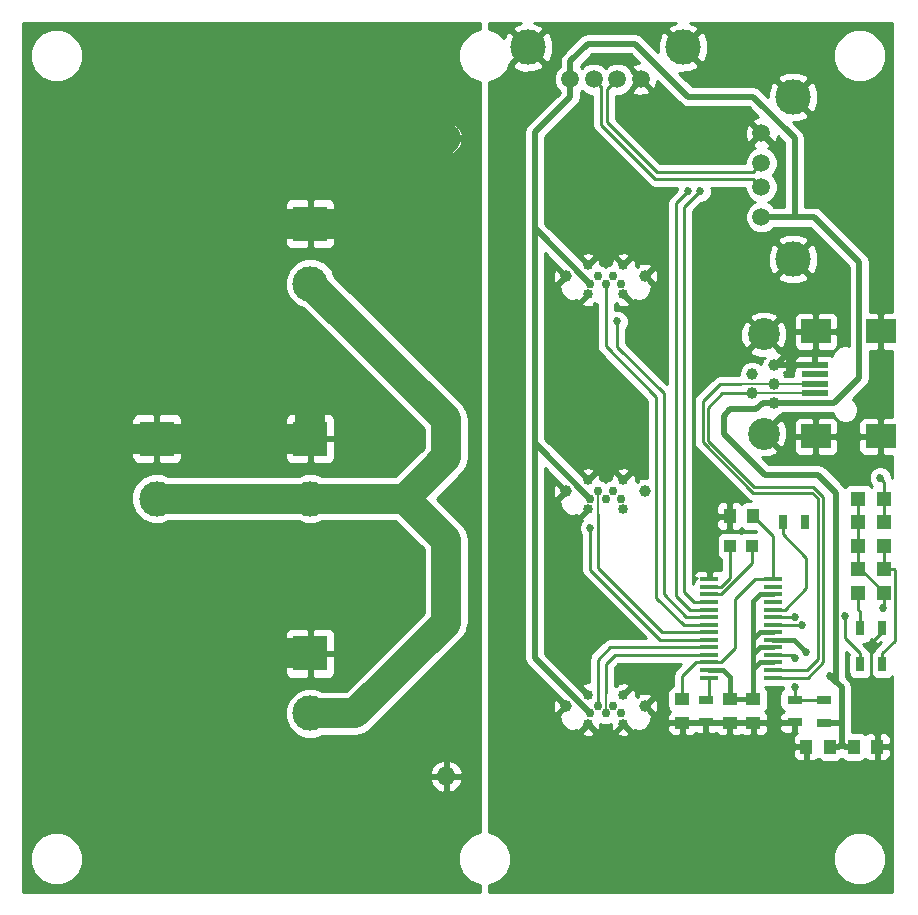
<source format=gbr>
G04 #@! TF.FileFunction,Copper,L1,Top,Signal*
%FSLAX46Y46*%
G04 Gerber Fmt 4.6, Leading zero omitted, Abs format (unit mm)*
G04 Created by KiCad (PCBNEW 4.0.5) date 05/10/17 19:10:08*
%MOMM*%
%LPD*%
G01*
G04 APERTURE LIST*
%ADD10C,0.100000*%
%ADD11R,1.200000X1.200000*%
%ADD12R,1.250000X1.000000*%
%ADD13R,1.000000X1.250000*%
%ADD14R,1.500000X0.350000*%
%ADD15R,3.000000X3.000000*%
%ADD16C,3.000000*%
%ADD17R,1.300000X0.700000*%
%ADD18R,0.700000X1.300000*%
%ADD19C,0.750000*%
%ADD20C,0.850000*%
%ADD21C,1.000000*%
%ADD22C,1.500000*%
%ADD23C,2.700000*%
%ADD24R,2.300000X0.500000*%
%ADD25R,2.500000X2.000000*%
%ADD26C,1.600000*%
%ADD27O,1.600000X1.600000*%
%ADD28R,1.050000X1.100000*%
%ADD29C,0.685800*%
%ADD30C,0.254000*%
%ADD31C,2.540000*%
%ADD32C,0.508000*%
%ADD33C,0.381000*%
%ADD34C,0.152400*%
G04 APERTURE END LIST*
D10*
D11*
X76100000Y28500000D03*
X73900000Y28500000D03*
D12*
X59000000Y19500000D03*
X59000000Y17500000D03*
D13*
X71500000Y15500000D03*
X69500000Y15500000D03*
X73500000Y15500000D03*
X75500000Y15500000D03*
X65000000Y35000000D03*
X63000000Y35000000D03*
D12*
X65000000Y19500000D03*
X65000000Y17500000D03*
X63000000Y19500000D03*
X63000000Y17500000D03*
D14*
X66700000Y25180000D03*
X61300000Y25180000D03*
X66700000Y25800000D03*
X61300000Y25820000D03*
X61300000Y24540000D03*
X66700000Y24540000D03*
X66700000Y23900000D03*
X61300000Y23900000D03*
X61300000Y26460000D03*
X61300000Y27100000D03*
X66700000Y26460000D03*
X66700000Y27100000D03*
X66700000Y23260000D03*
X66700000Y27740000D03*
X61300000Y27740000D03*
X61300000Y23260000D03*
X66700000Y22620000D03*
X61300000Y22620000D03*
X61300000Y28380000D03*
X66700000Y28380000D03*
X66700000Y29020000D03*
X61300000Y29020000D03*
X61300000Y21980000D03*
X66700000Y21980000D03*
X66700000Y21340000D03*
X61300000Y21340000D03*
X61300000Y29660000D03*
X66700000Y29660000D03*
D15*
X14500000Y41580000D03*
D16*
X14500000Y36500000D03*
D15*
X27500000Y41580000D03*
D16*
X27500000Y36500000D03*
D15*
X27500000Y59780000D03*
D16*
X27500000Y54700000D03*
D15*
X27500000Y23380000D03*
D16*
X27500000Y18300000D03*
D11*
X73900000Y30500000D03*
X76100000Y30500000D03*
X76100000Y32500000D03*
X73900000Y32500000D03*
X73900000Y34500000D03*
X76100000Y34500000D03*
X76100000Y36500000D03*
X73900000Y36500000D03*
D17*
X68500000Y19450000D03*
X68500000Y17550000D03*
X71000000Y17500000D03*
X71000000Y19400000D03*
D18*
X74050000Y22500000D03*
X75950000Y22500000D03*
X67500000Y34500000D03*
X69400000Y34500000D03*
X74050000Y25500000D03*
X75950000Y25500000D03*
D17*
X61000000Y17550000D03*
X61000000Y19450000D03*
D19*
X52500000Y18300000D03*
X51850000Y18950000D03*
X51200000Y18300000D03*
X53150000Y18950000D03*
X53800000Y18300000D03*
D20*
X51000000Y19880000D03*
X54000000Y19880000D03*
X54000000Y17380000D03*
X51000000Y17380000D03*
D21*
X49175000Y18920000D03*
X55825000Y18920000D03*
D19*
X52500000Y36500000D03*
X51850000Y37150000D03*
X51200000Y36500000D03*
X53150000Y37150000D03*
X53800000Y36500000D03*
D20*
X51000000Y38080000D03*
X54000000Y38080000D03*
X54000000Y35580000D03*
X51000000Y35580000D03*
D21*
X49175000Y37120000D03*
X55825000Y37120000D03*
D19*
X52500000Y54700000D03*
X51850000Y55350000D03*
X51200000Y54700000D03*
X53150000Y55350000D03*
X53800000Y54700000D03*
D20*
X51000000Y56280000D03*
X54000000Y56280000D03*
X54000000Y53780000D03*
X51000000Y53780000D03*
D21*
X49175000Y55320000D03*
X55825000Y55320000D03*
D22*
X51500000Y72000000D03*
X53500000Y72000000D03*
X55500000Y72000000D03*
X49500000Y72000000D03*
D16*
X45930000Y74710000D03*
X59070000Y74710000D03*
D21*
X66800000Y46200000D03*
X66800000Y47800000D03*
X66800000Y44600000D03*
X64900000Y45400000D03*
X64900000Y47000000D03*
D23*
X65900000Y50400000D03*
X65900000Y42000000D03*
D22*
X65700000Y67440000D03*
X65700000Y64900000D03*
X65700000Y62870000D03*
X65700000Y60330000D03*
D16*
X68370000Y70490000D03*
X68370000Y56770000D03*
D24*
X70200000Y44600000D03*
X70200000Y45400000D03*
X70200000Y46200000D03*
X70200000Y47000000D03*
X70200000Y47800000D03*
D25*
X70300000Y41750000D03*
X75800000Y41750000D03*
X70300000Y50650000D03*
X75800000Y50650000D03*
D26*
X39000000Y42000000D03*
D27*
X39000000Y67000000D03*
D26*
X39000000Y33000000D03*
D27*
X39000000Y13000000D03*
D28*
X64925000Y32500000D03*
X63075000Y32500000D03*
D29*
X76000000Y27250000D03*
X69144398Y25800000D03*
X71500000Y21500000D03*
X69500000Y23500000D03*
X72749310Y26538773D03*
X68500000Y26500000D03*
X68500000Y20500000D03*
X68500000Y23000000D03*
X75750000Y38250000D03*
X69400000Y34500000D03*
X53500000Y51500000D03*
X51226362Y34002186D03*
X60500000Y62500000D03*
X59500000Y62500000D03*
D30*
X76100000Y28500000D02*
X76100000Y27350000D01*
X76100000Y27350000D02*
X76000000Y27250000D01*
X73900000Y30500000D02*
X74100000Y30500000D01*
X74100000Y30500000D02*
X76100000Y28500000D01*
X73900000Y32500000D02*
X73900000Y30500000D01*
X66700000Y25800000D02*
X69144398Y25800000D01*
X73900000Y32500000D02*
X74100000Y32500000D01*
X73900000Y34500000D02*
X73900000Y32500000D01*
X73900000Y36500000D02*
X73900000Y34500000D01*
X73900000Y27100000D02*
X74050000Y26950000D01*
X74050000Y26950000D02*
X74050000Y25500000D01*
X73900000Y28500000D02*
X73900000Y27100000D01*
D31*
X39000000Y33000000D02*
X39000000Y26000000D01*
X39000000Y26000000D02*
X31300000Y18300000D01*
X31300000Y18300000D02*
X27500000Y18300000D01*
X27500000Y36500000D02*
X14500000Y36500000D01*
X39000000Y42000000D02*
X39000000Y43200000D01*
X39000000Y43200000D02*
X27500000Y54700000D01*
X39000000Y42000000D02*
X39000000Y40000000D01*
X39000000Y40000000D02*
X35500000Y36500000D01*
X27500000Y36500000D02*
X35500000Y36500000D01*
X35500000Y36500000D02*
X39000000Y33000000D01*
X15560000Y23250000D02*
X15690000Y23380000D01*
X15690000Y23380000D02*
X27500000Y23380000D01*
X8760000Y30050000D02*
X15560000Y23250000D01*
X8760000Y39880000D02*
X8760000Y30050000D01*
X14500000Y41580000D02*
X10460000Y41580000D01*
X10460000Y41580000D02*
X8760000Y39880000D01*
X27500000Y59780000D02*
X24420581Y59780000D01*
X24420581Y59780000D02*
X22500000Y57859419D01*
X22500000Y50620000D02*
X27500000Y45620000D01*
X22500000Y57859419D02*
X22500000Y50620000D01*
X27500000Y45620000D02*
X27500000Y41580000D01*
X14500000Y41580000D02*
X27500000Y41580000D01*
X27500000Y59780000D02*
X31780000Y59780000D01*
X31780000Y59780000D02*
X39000000Y67000000D01*
D30*
X63500000Y28000000D02*
X65160000Y29660000D01*
X65160000Y29660000D02*
X66700000Y29660000D01*
X63500000Y23816000D02*
X63500000Y28000000D01*
X61300000Y22620000D02*
X62304000Y22620000D01*
X62304000Y22620000D02*
X63500000Y23816000D01*
X66700000Y29660000D02*
X66700000Y33306425D01*
X66700000Y33306425D02*
X65006425Y35000000D01*
X65006425Y35000000D02*
X65000000Y35000000D01*
X60120000Y22620000D02*
X59000000Y21500000D01*
X59000000Y21500000D02*
X59000000Y19500000D01*
X60120000Y22620000D02*
X61300000Y22620000D01*
X61300000Y29660000D02*
X61300000Y30089000D01*
X61300000Y30089000D02*
X61500000Y30289000D01*
X61500000Y30289000D02*
X61500000Y34254000D01*
X61500000Y34254000D02*
X62246000Y35000000D01*
X62246000Y35000000D02*
X63000000Y35000000D01*
X75000000Y24250000D02*
X75000000Y16879000D01*
X75500000Y16379000D02*
X75500000Y15500000D01*
X75000000Y16879000D02*
X75500000Y16379000D01*
X75950000Y25500000D02*
X75950000Y25200000D01*
X75950000Y25200000D02*
X75000000Y24250000D01*
D32*
X70200000Y47800000D02*
X66800000Y47800000D01*
X46500000Y67500000D02*
X46500000Y59500000D01*
X46500000Y59500000D02*
X46500000Y41500000D01*
X51200000Y54700000D02*
X46500000Y59400000D01*
X46500000Y59400000D02*
X46500000Y59500000D01*
X46500000Y41500000D02*
X46500000Y23000000D01*
X51200000Y36500000D02*
X46500000Y41200000D01*
X46500000Y41200000D02*
X46500000Y41500000D01*
X46500000Y23000000D02*
X51200000Y18300000D01*
X49500000Y70500000D02*
X46500000Y67500000D01*
X49500000Y72000000D02*
X49500000Y70500000D01*
X70170000Y60330000D02*
X68500000Y60330000D01*
X68500000Y60330000D02*
X65700000Y60330000D01*
X65000000Y70500000D02*
X68500000Y67000000D01*
X68500000Y67000000D02*
X68500000Y60330000D01*
X59500000Y70500000D02*
X65000000Y70500000D01*
X55000000Y75000000D02*
X59500000Y70500000D01*
X51000000Y75000000D02*
X55000000Y75000000D01*
X49500000Y73500000D02*
X51000000Y75000000D01*
X49500000Y72000000D02*
X49500000Y73500000D01*
X70200000Y44600000D02*
X71858000Y44600000D01*
X71858000Y44600000D02*
X74000000Y46742000D01*
X74000000Y46742000D02*
X74000000Y56500000D01*
X74000000Y56500000D02*
X70170000Y60330000D01*
X66800000Y44600000D02*
X65834084Y44600000D01*
X66000000Y38500000D02*
X70500000Y38500000D01*
X65834084Y44600000D02*
X65279246Y44045162D01*
X65279246Y44045162D02*
X63045162Y44045162D01*
X63045162Y44045162D02*
X62500000Y43500000D01*
X62500000Y43500000D02*
X62500000Y42000000D01*
X62500000Y42000000D02*
X66000000Y38500000D01*
X70500000Y38500000D02*
X72000000Y37000000D01*
X72000000Y37000000D02*
X72000000Y21000000D01*
X72000000Y21000000D02*
X71500000Y21500000D01*
X72500000Y15746000D02*
X72254000Y15500000D01*
X72254000Y15500000D02*
X71500000Y15500000D01*
X72500000Y15746000D02*
X72746000Y15500000D01*
X72746000Y15500000D02*
X73500000Y15500000D01*
X72500000Y17500000D02*
X72500000Y15746000D01*
X72500000Y17500000D02*
X71000000Y17500000D01*
X72500000Y20500000D02*
X72500000Y17500000D01*
X72000000Y21000000D02*
X72500000Y20500000D01*
D33*
X66700000Y24540000D02*
X68460000Y24540000D01*
X68460000Y24540000D02*
X69500000Y23500000D01*
D32*
X70200000Y44600000D02*
X66800000Y44600000D01*
D33*
X65000000Y19500000D02*
X63000000Y19500000D01*
X63000000Y21284000D02*
X63000000Y21411000D01*
X63000000Y21411000D02*
X62431000Y21980000D01*
X62431000Y21980000D02*
X61300000Y21980000D01*
X63000000Y21284000D02*
X63000000Y19500000D01*
X65000000Y27811000D02*
X65000000Y24500000D01*
X65000000Y24500000D02*
X65000000Y23500000D01*
X66700000Y25180000D02*
X65569000Y25180000D01*
X65569000Y25180000D02*
X65000000Y24611000D01*
X65000000Y24611000D02*
X65000000Y24500000D01*
X66700000Y23900000D02*
X65569000Y23900000D01*
X65000000Y23500000D02*
X65000000Y21924000D01*
X65569000Y23900000D02*
X65169000Y23500000D01*
X65169000Y23500000D02*
X65000000Y23500000D01*
X66700000Y22620000D02*
X65569000Y22620000D01*
X65569000Y22620000D02*
X65000000Y22051000D01*
X65000000Y22051000D02*
X65000000Y21924000D01*
X65000000Y21924000D02*
X65000000Y19500000D01*
X66700000Y28380000D02*
X65569000Y28380000D01*
X65569000Y28380000D02*
X65000000Y27811000D01*
D30*
X63000000Y21284000D02*
X63000000Y20254000D01*
X63000000Y20254000D02*
X63000000Y19500000D01*
X72749310Y26053840D02*
X72749310Y26538773D01*
X72749310Y24704690D02*
X72749310Y26053840D01*
X74050000Y23404000D02*
X72749310Y24704690D01*
X74050000Y22500000D02*
X74050000Y23404000D01*
X66700000Y26460000D02*
X68460000Y26460000D01*
X68460000Y26460000D02*
X68500000Y26500000D01*
X67704000Y27100000D02*
X66700000Y27100000D01*
X69500000Y28896000D02*
X67704000Y27100000D01*
X69500000Y31500000D02*
X69500000Y28896000D01*
X67500000Y33500000D02*
X69500000Y31500000D01*
X67500000Y34500000D02*
X67500000Y33500000D01*
X68500000Y19450000D02*
X70950000Y19450000D01*
X70950000Y19450000D02*
X71000000Y19400000D01*
X68500000Y20500000D02*
X68500000Y19450000D01*
X66700000Y23260000D02*
X68240000Y23260000D01*
X68240000Y23260000D02*
X68500000Y23000000D01*
X64925000Y32500000D02*
X64925000Y31001000D01*
X64925000Y31001000D02*
X62304000Y28380000D01*
X62304000Y28380000D02*
X61300000Y28380000D01*
X61300000Y29020000D02*
X62304000Y29020000D01*
X62304000Y29020000D02*
X63075000Y29791000D01*
X63075000Y29791000D02*
X63075000Y32500000D01*
X61300000Y21340000D02*
X61300000Y19750000D01*
X61300000Y19750000D02*
X61000000Y19450000D01*
X76100000Y30500000D02*
X76954000Y30500000D01*
X76954000Y30500000D02*
X76979401Y30474599D01*
X76979401Y30474599D02*
X76979401Y24433401D01*
X76979401Y24433401D02*
X75950000Y23404000D01*
X75950000Y23404000D02*
X75950000Y22500000D01*
X76100000Y32500000D02*
X76100000Y30500000D01*
X76100000Y36500000D02*
X76100000Y34500000D01*
X76100000Y36500000D02*
X76100000Y37900000D01*
X76100000Y37900000D02*
X75750000Y38250000D01*
X61300000Y26460000D02*
X59342275Y26460000D01*
X57411625Y28390650D02*
X57411625Y45431088D01*
X59342275Y26460000D02*
X57411625Y28390650D01*
X57411625Y45431088D02*
X53500000Y49342713D01*
X53500000Y49342713D02*
X53500000Y51500000D01*
X51226362Y33517253D02*
X51226362Y34002186D01*
X57123461Y24540000D02*
X51226362Y30437099D01*
X61300000Y24540000D02*
X57123461Y24540000D01*
X51226362Y30437099D02*
X51226362Y33517253D01*
X61300000Y25820000D02*
X59105250Y25820000D01*
X59105250Y25820000D02*
X56812198Y28113052D01*
X56812198Y28113052D02*
X56812198Y45113052D01*
X56812198Y45113052D02*
X52500000Y49425250D01*
X52500000Y49425250D02*
X52500000Y54169670D01*
X52500000Y54169670D02*
X52500000Y54700000D01*
X60500000Y62500000D02*
X59151593Y61151593D01*
X59151593Y61151593D02*
X59151593Y28576127D01*
X59151593Y28576127D02*
X59987720Y27740000D01*
X59987720Y27740000D02*
X61300000Y27740000D01*
X65700000Y62870000D02*
X65007642Y63562358D01*
X65007642Y63562358D02*
X56709142Y63562358D01*
X56709142Y63562358D02*
X52152256Y68119244D01*
X52152256Y68119244D02*
X52152256Y71347744D01*
X52152256Y71347744D02*
X51500000Y72000000D01*
X61300000Y25180000D02*
X57320000Y25180000D01*
X51850000Y30650000D02*
X57320000Y25180000D01*
X51850000Y35150000D02*
X51850000Y30650000D01*
D34*
X51850000Y37150000D02*
X51850000Y35150000D01*
D30*
X61300000Y23260000D02*
X53260000Y23260000D01*
X52500000Y22500000D02*
X53260000Y23260000D01*
X52500000Y20000000D02*
X52500000Y22500000D01*
D34*
X52500000Y18300000D02*
X52500000Y20000000D01*
D30*
X52900000Y23900000D02*
X61300000Y23900000D01*
X52900000Y23900000D02*
X51850000Y22850000D01*
X51850000Y22850000D02*
X51850000Y18950000D01*
X53500000Y72000000D02*
X52656738Y71156738D01*
X52656738Y71156738D02*
X52656738Y68343262D01*
X52656738Y68343262D02*
X56827226Y64172774D01*
X56827226Y64172774D02*
X64972774Y64172774D01*
X64972774Y64172774D02*
X65700000Y64900000D01*
X59500000Y62500000D02*
X58502695Y61502695D01*
X58502695Y61502695D02*
X58502695Y28280818D01*
X58502695Y28280818D02*
X59683513Y27100000D01*
X59683513Y27100000D02*
X61300000Y27100000D01*
X66700000Y21980000D02*
X69519463Y21980000D01*
X69519463Y21980000D02*
X70488761Y22949298D01*
X70488761Y22949298D02*
X70488761Y36511239D01*
X60722079Y44722079D02*
X62200000Y46200000D01*
X70488761Y36511239D02*
X70000000Y37000000D01*
X70000000Y37000000D02*
X65000000Y37000000D01*
X65000000Y37000000D02*
X60722079Y41277921D01*
X62200000Y46200000D02*
X64000000Y46200000D01*
X60722079Y41277921D02*
X60722079Y44722079D01*
D34*
X66800000Y46200000D02*
X64000000Y46200000D01*
X70200000Y46200000D02*
X66800000Y46200000D01*
D30*
X66700000Y21340000D02*
X69644640Y21340000D01*
X69644640Y21340000D02*
X70931914Y22627274D01*
X70931914Y22627274D02*
X70931914Y36642836D01*
X70931914Y36642836D02*
X70074750Y37500000D01*
X70074750Y37500000D02*
X65074750Y37500000D01*
X65074750Y37500000D02*
X61201875Y41372875D01*
X62400000Y45400000D02*
X64900000Y45400000D01*
X61201875Y41372875D02*
X61201875Y44201875D01*
X61201875Y44201875D02*
X62400000Y45400000D01*
D34*
X64900000Y45400000D02*
X62600000Y45400000D01*
X70200000Y45400000D02*
X64900000Y45400000D01*
D30*
G36*
X44755418Y76542739D02*
X44595635Y76223970D01*
X45930000Y74889605D01*
X47264365Y76223970D01*
X47104582Y76542739D01*
X46473819Y76790000D01*
X58492359Y76790000D01*
X57895418Y76542739D01*
X57735635Y76223970D01*
X59070000Y74889605D01*
X60404365Y76223970D01*
X60244582Y76542739D01*
X59613819Y76790000D01*
X76790000Y76790000D01*
X76790000Y52285000D01*
X76085750Y52285000D01*
X75927000Y52126250D01*
X75927000Y50777000D01*
X75947000Y50777000D01*
X75947000Y50523000D01*
X75927000Y50523000D01*
X75927000Y49173750D01*
X76085750Y49015000D01*
X76790000Y49015000D01*
X76790000Y43385000D01*
X76085750Y43385000D01*
X75927000Y43226250D01*
X75927000Y41877000D01*
X75947000Y41877000D01*
X75947000Y41623000D01*
X75927000Y41623000D01*
X75927000Y40273750D01*
X76085750Y40115000D01*
X76790000Y40115000D01*
X76790000Y38212551D01*
X76737834Y38290623D01*
X76727949Y38305418D01*
X76728069Y38443663D01*
X76579507Y38803212D01*
X76304659Y39078540D01*
X75945370Y39227730D01*
X75556337Y39228069D01*
X75196788Y39079507D01*
X74921460Y38804659D01*
X74772270Y38445370D01*
X74771931Y38056337D01*
X74920493Y37696788D01*
X75051238Y37565814D01*
X75048559Y37564090D01*
X75000866Y37494289D01*
X74964090Y37551441D01*
X74751890Y37696431D01*
X74500000Y37747440D01*
X73300000Y37747440D01*
X73064683Y37703162D01*
X72848559Y37564090D01*
X72759159Y37433249D01*
X72628618Y37628618D01*
X71128618Y39128618D01*
X71091721Y39153272D01*
X70840206Y39321329D01*
X70500000Y39389000D01*
X66368236Y39389000D01*
X65746398Y40010838D01*
X66341418Y40024836D01*
X66984522Y40291218D01*
X67125988Y40594407D01*
X65900000Y41820395D01*
X65885858Y41806252D01*
X65706253Y41985857D01*
X65720395Y42000000D01*
X66079605Y42000000D01*
X67305593Y40774012D01*
X67608782Y40915478D01*
X67821110Y41464250D01*
X68415000Y41464250D01*
X68415000Y40623690D01*
X68511673Y40390301D01*
X68690302Y40211673D01*
X68923691Y40115000D01*
X70014250Y40115000D01*
X70173000Y40273750D01*
X70173000Y41623000D01*
X70427000Y41623000D01*
X70427000Y40273750D01*
X70585750Y40115000D01*
X71676309Y40115000D01*
X71909698Y40211673D01*
X72088327Y40390301D01*
X72185000Y40623690D01*
X72185000Y41464250D01*
X73915000Y41464250D01*
X73915000Y40623690D01*
X74011673Y40390301D01*
X74190302Y40211673D01*
X74423691Y40115000D01*
X75514250Y40115000D01*
X75673000Y40273750D01*
X75673000Y41623000D01*
X74073750Y41623000D01*
X73915000Y41464250D01*
X72185000Y41464250D01*
X72026250Y41623000D01*
X70427000Y41623000D01*
X70173000Y41623000D01*
X68573750Y41623000D01*
X68415000Y41464250D01*
X67821110Y41464250D01*
X67893737Y41651955D01*
X67875164Y42441418D01*
X67695027Y42876310D01*
X68415000Y42876310D01*
X68415000Y42035750D01*
X68573750Y41877000D01*
X70173000Y41877000D01*
X70173000Y43226250D01*
X70427000Y43226250D01*
X70427000Y41877000D01*
X72026250Y41877000D01*
X72185000Y42035750D01*
X72185000Y42876310D01*
X73915000Y42876310D01*
X73915000Y42035750D01*
X74073750Y41877000D01*
X75673000Y41877000D01*
X75673000Y43226250D01*
X75514250Y43385000D01*
X74423691Y43385000D01*
X74190302Y43288327D01*
X74011673Y43109699D01*
X73915000Y42876310D01*
X72185000Y42876310D01*
X72088327Y43109699D01*
X71909698Y43288327D01*
X71676309Y43385000D01*
X70585750Y43385000D01*
X70427000Y43226250D01*
X70173000Y43226250D01*
X70014250Y43385000D01*
X68923691Y43385000D01*
X68690302Y43288327D01*
X68511673Y43109699D01*
X68415000Y42876310D01*
X67695027Y42876310D01*
X67608782Y43084522D01*
X67305593Y43225988D01*
X66079605Y42000000D01*
X65720395Y42000000D01*
X65706253Y42014142D01*
X65885858Y42193747D01*
X65900000Y42179605D01*
X67125988Y43405593D01*
X67086467Y43490294D01*
X67442086Y43637233D01*
X67515982Y43711000D01*
X69008322Y43711000D01*
X69050000Y43702560D01*
X71350000Y43702560D01*
X71394855Y43711000D01*
X71745441Y43711000D01*
X71879646Y43386200D01*
X72184595Y43080718D01*
X72583233Y42915189D01*
X73014873Y42914812D01*
X73413800Y43079646D01*
X73719282Y43384595D01*
X73884811Y43783233D01*
X73885188Y44214873D01*
X73720354Y44613800D01*
X73424953Y44909717D01*
X74628618Y46113382D01*
X74821329Y46401794D01*
X74889000Y46742000D01*
X74889000Y49015000D01*
X75514250Y49015000D01*
X75673000Y49173750D01*
X75673000Y50523000D01*
X75653000Y50523000D01*
X75653000Y50777000D01*
X75673000Y50777000D01*
X75673000Y52126250D01*
X75514250Y52285000D01*
X74889000Y52285000D01*
X74889000Y56500000D01*
X74821329Y56840206D01*
X74628618Y57128618D01*
X70798618Y60958618D01*
X70790743Y60963880D01*
X70510206Y61151329D01*
X70170000Y61219000D01*
X69389000Y61219000D01*
X69389000Y67000000D01*
X69321329Y67340206D01*
X69128618Y67628618D01*
X68402014Y68355222D01*
X68835387Y68363503D01*
X69544582Y68657261D01*
X69704365Y68976030D01*
X68370000Y70310395D01*
X68355858Y70296252D01*
X68176253Y70475857D01*
X68190395Y70490000D01*
X68549605Y70490000D01*
X69883970Y69155635D01*
X70202739Y69315418D01*
X70512723Y70106187D01*
X70496497Y70955387D01*
X70202739Y71664582D01*
X69883970Y71824365D01*
X68549605Y70490000D01*
X68190395Y70490000D01*
X66856030Y71824365D01*
X66537261Y71664582D01*
X66227277Y70873813D01*
X66233975Y70523261D01*
X65628618Y71128618D01*
X65340206Y71321329D01*
X65000000Y71389000D01*
X59868236Y71389000D01*
X59253266Y72003970D01*
X67035635Y72003970D01*
X68370000Y70669605D01*
X69704365Y72003970D01*
X69544582Y72322739D01*
X68753813Y72632723D01*
X67904613Y72616497D01*
X67195418Y72322739D01*
X67035635Y72003970D01*
X59253266Y72003970D01*
X58689888Y72567348D01*
X59535387Y72583503D01*
X60244582Y72877261D01*
X60404365Y73196030D01*
X59070000Y74530395D01*
X59055858Y74516252D01*
X58876253Y74695857D01*
X58890395Y74710000D01*
X59249605Y74710000D01*
X60583970Y73375635D01*
X60902739Y73535418D01*
X60911348Y73557381D01*
X71764613Y73557381D01*
X72104155Y72735628D01*
X72732321Y72106364D01*
X73553481Y71765389D01*
X74442619Y71764613D01*
X75264372Y72104155D01*
X75893636Y72732321D01*
X76234611Y73553481D01*
X76235387Y74442619D01*
X75895845Y75264372D01*
X75267679Y75893636D01*
X74446519Y76234611D01*
X73557381Y76235387D01*
X72735628Y75895845D01*
X72106364Y75267679D01*
X71765389Y74446519D01*
X71764613Y73557381D01*
X60911348Y73557381D01*
X61212723Y74326187D01*
X61196497Y75175387D01*
X60902739Y75884582D01*
X60583970Y76044365D01*
X59249605Y74710000D01*
X58890395Y74710000D01*
X57556030Y76044365D01*
X57237261Y75884582D01*
X56927277Y75093813D01*
X56942157Y74315079D01*
X55628618Y75628618D01*
X55340206Y75821329D01*
X55000000Y75889000D01*
X51000000Y75889000D01*
X50659794Y75821329D01*
X50371382Y75628618D01*
X48871382Y74128618D01*
X48678671Y73840206D01*
X48611000Y73500000D01*
X48611000Y73069530D01*
X48326539Y72785564D01*
X48115241Y72276702D01*
X48114760Y71725715D01*
X48325169Y71216485D01*
X48611000Y70930155D01*
X48611000Y70868236D01*
X45871382Y68128618D01*
X45678671Y67840206D01*
X45611000Y67500000D01*
X45611000Y23000000D01*
X45678671Y22659794D01*
X45811378Y22461184D01*
X45871382Y22371382D01*
X49352827Y18889937D01*
X49295715Y18832825D01*
X49114485Y18757942D01*
X48823081Y18467046D01*
X48767289Y18332684D01*
X48564501Y18129896D01*
X48601648Y17914783D01*
X48665012Y17893644D01*
X48664821Y17675029D01*
X48822058Y17294485D01*
X49112954Y17003081D01*
X49493223Y16845180D01*
X49904971Y16844821D01*
X50037325Y16899508D01*
X50057050Y16851887D01*
X50264447Y16824052D01*
X50809099Y17368704D01*
X50998217Y17290176D01*
X51269666Y17289939D01*
X51735553Y16824052D01*
X51942950Y16851887D01*
X52073272Y17252939D01*
X52062647Y17387993D01*
X52298217Y17290176D01*
X52700020Y17289825D01*
X52936143Y17387389D01*
X52959801Y17086666D01*
X53057050Y16851887D01*
X53264447Y16824052D01*
X53720025Y17279630D01*
X54085301Y17310523D01*
X54201112Y17358493D01*
X54735553Y16824052D01*
X54942950Y16851887D01*
X54958895Y16900957D01*
X55093223Y16845180D01*
X55504971Y16844821D01*
X55885515Y17002058D01*
X56098077Y17214250D01*
X57740000Y17214250D01*
X57740000Y16873691D01*
X57836673Y16640302D01*
X58015301Y16461673D01*
X58248690Y16365000D01*
X58714250Y16365000D01*
X58873000Y16523750D01*
X58873000Y17373000D01*
X59127000Y17373000D01*
X59127000Y16523750D01*
X59285750Y16365000D01*
X59751310Y16365000D01*
X59984699Y16461673D01*
X60127761Y16604735D01*
X60223690Y16565000D01*
X60714250Y16565000D01*
X60873000Y16723750D01*
X60873000Y17423000D01*
X61127000Y17423000D01*
X61127000Y16723750D01*
X61285750Y16565000D01*
X61776310Y16565000D01*
X61872239Y16604735D01*
X62015301Y16461673D01*
X62248690Y16365000D01*
X62714250Y16365000D01*
X62873000Y16523750D01*
X62873000Y17373000D01*
X63127000Y17373000D01*
X63127000Y16523750D01*
X63285750Y16365000D01*
X63751310Y16365000D01*
X63984699Y16461673D01*
X64000000Y16476974D01*
X64015301Y16461673D01*
X64248690Y16365000D01*
X64714250Y16365000D01*
X64873000Y16523750D01*
X64873000Y17373000D01*
X65127000Y17373000D01*
X65127000Y16523750D01*
X65285750Y16365000D01*
X65751310Y16365000D01*
X65984699Y16461673D01*
X66163327Y16640302D01*
X66260000Y16873691D01*
X66260000Y17214250D01*
X66210000Y17264250D01*
X67215000Y17264250D01*
X67215000Y17073691D01*
X67311673Y16840302D01*
X67490301Y16661673D01*
X67723690Y16565000D01*
X68214250Y16565000D01*
X68373000Y16723750D01*
X68373000Y17423000D01*
X67373750Y17423000D01*
X67215000Y17264250D01*
X66210000Y17264250D01*
X66101250Y17373000D01*
X65127000Y17373000D01*
X64873000Y17373000D01*
X63127000Y17373000D01*
X62873000Y17373000D01*
X62176250Y17373000D01*
X62126250Y17423000D01*
X61127000Y17423000D01*
X60873000Y17423000D01*
X59873750Y17423000D01*
X59823750Y17373000D01*
X59127000Y17373000D01*
X58873000Y17373000D01*
X57898750Y17373000D01*
X57740000Y17214250D01*
X56098077Y17214250D01*
X56176919Y17292954D01*
X56334820Y17673223D01*
X56335008Y17888545D01*
X56398352Y17914783D01*
X56435499Y18129896D01*
X56232908Y18332487D01*
X56177942Y18465515D01*
X55887046Y18756919D01*
X55704314Y18832796D01*
X55631253Y18905857D01*
X55645395Y18920000D01*
X56004605Y18920000D01*
X56615104Y18309501D01*
X56830217Y18346648D01*
X56973112Y18774972D01*
X56941217Y19225375D01*
X56830217Y19493352D01*
X56615104Y19530499D01*
X56004605Y18920000D01*
X55645395Y18920000D01*
X55631253Y18934142D01*
X55810858Y19113747D01*
X55825000Y19099605D01*
X56435499Y19710104D01*
X56398352Y19925217D01*
X55970028Y20068112D01*
X55519625Y20036217D01*
X55251648Y19925217D01*
X55214501Y19710107D01*
X55098274Y19826334D01*
X55069743Y19797803D01*
X55040199Y20173334D01*
X54942950Y20408113D01*
X54735553Y20435948D01*
X54179605Y19880000D01*
X54193748Y19865857D01*
X54014143Y19686252D01*
X54000000Y19700395D01*
X53985858Y19686252D01*
X53806253Y19865857D01*
X53820395Y19880000D01*
X53806253Y19894142D01*
X53985858Y20073747D01*
X54000000Y20059605D01*
X54555948Y20615553D01*
X54528113Y20822950D01*
X54127061Y20953272D01*
X53706666Y20920199D01*
X53471887Y20822950D01*
X53444052Y20615556D01*
X53327346Y20732262D01*
X53262000Y20666916D01*
X53262000Y22184370D01*
X53575631Y22498000D01*
X58920370Y22498000D01*
X58461185Y22038815D01*
X58296004Y21791605D01*
X58238000Y21500000D01*
X58238000Y20621662D01*
X58139683Y20603162D01*
X57923559Y20464090D01*
X57778569Y20251890D01*
X57727560Y20000000D01*
X57727560Y19000000D01*
X57771838Y18764683D01*
X57910910Y18548559D01*
X57979006Y18502031D01*
X57836673Y18359698D01*
X57740000Y18126309D01*
X57740000Y17785750D01*
X57898750Y17627000D01*
X58873000Y17627000D01*
X58873000Y17647000D01*
X59127000Y17647000D01*
X59127000Y17627000D01*
X60101250Y17627000D01*
X60151250Y17677000D01*
X60873000Y17677000D01*
X60873000Y17697000D01*
X61127000Y17697000D01*
X61127000Y17677000D01*
X61848750Y17677000D01*
X61898750Y17627000D01*
X62873000Y17627000D01*
X62873000Y17647000D01*
X63127000Y17647000D01*
X63127000Y17627000D01*
X64873000Y17627000D01*
X64873000Y17647000D01*
X65127000Y17647000D01*
X65127000Y17627000D01*
X66101250Y17627000D01*
X66260000Y17785750D01*
X66260000Y18126309D01*
X66163327Y18359698D01*
X66022090Y18500936D01*
X66076441Y18535910D01*
X66221431Y18748110D01*
X66272440Y19000000D01*
X66272440Y20000000D01*
X66228162Y20235317D01*
X66089090Y20451441D01*
X65992322Y20517560D01*
X67450000Y20517560D01*
X67522127Y20531132D01*
X67521963Y20343499D01*
X67398559Y20264090D01*
X67253569Y20051890D01*
X67202560Y19800000D01*
X67202560Y19100000D01*
X67246838Y18864683D01*
X67385910Y18648559D01*
X67598110Y18503569D01*
X67631490Y18496809D01*
X67490301Y18438327D01*
X67311673Y18259698D01*
X67215000Y18026309D01*
X67215000Y17835750D01*
X67373750Y17677000D01*
X68373000Y17677000D01*
X68373000Y17697000D01*
X68627000Y17697000D01*
X68627000Y17677000D01*
X68647000Y17677000D01*
X68647000Y17423000D01*
X68627000Y17423000D01*
X68627000Y16723750D01*
X68673622Y16677128D01*
X68640302Y16663327D01*
X68461673Y16484699D01*
X68365000Y16251310D01*
X68365000Y15785750D01*
X68523750Y15627000D01*
X69373000Y15627000D01*
X69373000Y15647000D01*
X69627000Y15647000D01*
X69627000Y15627000D01*
X69647000Y15627000D01*
X69647000Y15373000D01*
X69627000Y15373000D01*
X69627000Y14398750D01*
X69785750Y14240000D01*
X70126309Y14240000D01*
X70359698Y14336673D01*
X70500936Y14477910D01*
X70535910Y14423559D01*
X70748110Y14278569D01*
X71000000Y14227560D01*
X72000000Y14227560D01*
X72235317Y14271838D01*
X72451441Y14410910D01*
X72499134Y14480711D01*
X72535910Y14423559D01*
X72748110Y14278569D01*
X73000000Y14227560D01*
X74000000Y14227560D01*
X74235317Y14271838D01*
X74451441Y14410910D01*
X74497969Y14479006D01*
X74640302Y14336673D01*
X74873691Y14240000D01*
X75214250Y14240000D01*
X75373000Y14398750D01*
X75373000Y15373000D01*
X75627000Y15373000D01*
X75627000Y14398750D01*
X75785750Y14240000D01*
X76126309Y14240000D01*
X76359698Y14336673D01*
X76538327Y14515301D01*
X76635000Y14748690D01*
X76635000Y15214250D01*
X76476250Y15373000D01*
X75627000Y15373000D01*
X75373000Y15373000D01*
X75353000Y15373000D01*
X75353000Y15627000D01*
X75373000Y15627000D01*
X75373000Y16601250D01*
X75627000Y16601250D01*
X75627000Y15627000D01*
X76476250Y15627000D01*
X76635000Y15785750D01*
X76635000Y16251310D01*
X76538327Y16484699D01*
X76359698Y16663327D01*
X76126309Y16760000D01*
X75785750Y16760000D01*
X75627000Y16601250D01*
X75373000Y16601250D01*
X75214250Y16760000D01*
X74873691Y16760000D01*
X74640302Y16663327D01*
X74499064Y16522090D01*
X74464090Y16576441D01*
X74251890Y16721431D01*
X74000000Y16772440D01*
X73389000Y16772440D01*
X73389000Y20500000D01*
X73321329Y20840206D01*
X73128618Y21128618D01*
X72889000Y21368236D01*
X72889000Y23487369D01*
X73081830Y23294539D01*
X73052560Y23150000D01*
X73052560Y21850000D01*
X73096838Y21614683D01*
X73235910Y21398559D01*
X73448110Y21253569D01*
X73700000Y21202560D01*
X74400000Y21202560D01*
X74635317Y21246838D01*
X74851441Y21385910D01*
X74996431Y21598110D01*
X74999081Y21611197D01*
X75135910Y21398559D01*
X75348110Y21253569D01*
X75600000Y21202560D01*
X76300000Y21202560D01*
X76535317Y21246838D01*
X76751441Y21385910D01*
X76790000Y21442343D01*
X76790000Y3210000D01*
X42627000Y3210000D01*
X42627000Y3764670D01*
X42692619Y3764613D01*
X43514372Y4104155D01*
X44143636Y4732321D01*
X44484611Y5553481D01*
X44484614Y5557381D01*
X71764613Y5557381D01*
X72104155Y4735628D01*
X72732321Y4106364D01*
X73553481Y3765389D01*
X74442619Y3764613D01*
X75264372Y4104155D01*
X75893636Y4732321D01*
X76234611Y5553481D01*
X76235387Y6442619D01*
X75895845Y7264372D01*
X75267679Y7893636D01*
X74446519Y8234611D01*
X73557381Y8235387D01*
X72735628Y7895845D01*
X72106364Y7267679D01*
X71765389Y6446519D01*
X71764613Y5557381D01*
X44484614Y5557381D01*
X44485387Y6442619D01*
X44145845Y7264372D01*
X43517679Y7893636D01*
X42696519Y8234611D01*
X42627000Y8234672D01*
X42627000Y15214250D01*
X68365000Y15214250D01*
X68365000Y14748690D01*
X68461673Y14515301D01*
X68640302Y14336673D01*
X68873691Y14240000D01*
X69214250Y14240000D01*
X69373000Y14398750D01*
X69373000Y15373000D01*
X68523750Y15373000D01*
X68365000Y15214250D01*
X42627000Y15214250D01*
X42627000Y16644447D01*
X50444052Y16644447D01*
X50471887Y16437050D01*
X50872939Y16306728D01*
X51293334Y16339801D01*
X51528113Y16437050D01*
X51555948Y16644447D01*
X53444052Y16644447D01*
X53471887Y16437050D01*
X53872939Y16306728D01*
X54293334Y16339801D01*
X54528113Y16437050D01*
X54555948Y16644447D01*
X54000000Y17200395D01*
X53444052Y16644447D01*
X51555948Y16644447D01*
X51000000Y17200395D01*
X50444052Y16644447D01*
X42627000Y16644447D01*
X42627000Y19065028D01*
X48026888Y19065028D01*
X48058783Y18614625D01*
X48169783Y18346648D01*
X48384896Y18309501D01*
X48995395Y18920000D01*
X48384896Y19530499D01*
X48169783Y19493352D01*
X48026888Y19065028D01*
X42627000Y19065028D01*
X42627000Y71764670D01*
X42692619Y71764613D01*
X43514372Y72104155D01*
X44143636Y72732321D01*
X44336184Y73196030D01*
X44595635Y73196030D01*
X44755418Y72877261D01*
X45546187Y72567277D01*
X46395387Y72583503D01*
X47104582Y72877261D01*
X47264365Y73196030D01*
X45930000Y74530395D01*
X44595635Y73196030D01*
X44336184Y73196030D01*
X44411670Y73377820D01*
X44416030Y73375635D01*
X45750395Y74710000D01*
X46109605Y74710000D01*
X47443970Y73375635D01*
X47762739Y73535418D01*
X48072723Y74326187D01*
X48056497Y75175387D01*
X47762739Y75884582D01*
X47443970Y76044365D01*
X46109605Y74710000D01*
X45750395Y74710000D01*
X44416030Y76044365D01*
X44097261Y75884582D01*
X43936388Y75474195D01*
X43517679Y75893636D01*
X42696519Y76234611D01*
X42627000Y76234672D01*
X42627000Y76790000D01*
X45352359Y76790000D01*
X44755418Y76542739D01*
X44755418Y76542739D01*
G37*
X44755418Y76542739D02*
X44595635Y76223970D01*
X45930000Y74889605D01*
X47264365Y76223970D01*
X47104582Y76542739D01*
X46473819Y76790000D01*
X58492359Y76790000D01*
X57895418Y76542739D01*
X57735635Y76223970D01*
X59070000Y74889605D01*
X60404365Y76223970D01*
X60244582Y76542739D01*
X59613819Y76790000D01*
X76790000Y76790000D01*
X76790000Y52285000D01*
X76085750Y52285000D01*
X75927000Y52126250D01*
X75927000Y50777000D01*
X75947000Y50777000D01*
X75947000Y50523000D01*
X75927000Y50523000D01*
X75927000Y49173750D01*
X76085750Y49015000D01*
X76790000Y49015000D01*
X76790000Y43385000D01*
X76085750Y43385000D01*
X75927000Y43226250D01*
X75927000Y41877000D01*
X75947000Y41877000D01*
X75947000Y41623000D01*
X75927000Y41623000D01*
X75927000Y40273750D01*
X76085750Y40115000D01*
X76790000Y40115000D01*
X76790000Y38212551D01*
X76737834Y38290623D01*
X76727949Y38305418D01*
X76728069Y38443663D01*
X76579507Y38803212D01*
X76304659Y39078540D01*
X75945370Y39227730D01*
X75556337Y39228069D01*
X75196788Y39079507D01*
X74921460Y38804659D01*
X74772270Y38445370D01*
X74771931Y38056337D01*
X74920493Y37696788D01*
X75051238Y37565814D01*
X75048559Y37564090D01*
X75000866Y37494289D01*
X74964090Y37551441D01*
X74751890Y37696431D01*
X74500000Y37747440D01*
X73300000Y37747440D01*
X73064683Y37703162D01*
X72848559Y37564090D01*
X72759159Y37433249D01*
X72628618Y37628618D01*
X71128618Y39128618D01*
X71091721Y39153272D01*
X70840206Y39321329D01*
X70500000Y39389000D01*
X66368236Y39389000D01*
X65746398Y40010838D01*
X66341418Y40024836D01*
X66984522Y40291218D01*
X67125988Y40594407D01*
X65900000Y41820395D01*
X65885858Y41806252D01*
X65706253Y41985857D01*
X65720395Y42000000D01*
X66079605Y42000000D01*
X67305593Y40774012D01*
X67608782Y40915478D01*
X67821110Y41464250D01*
X68415000Y41464250D01*
X68415000Y40623690D01*
X68511673Y40390301D01*
X68690302Y40211673D01*
X68923691Y40115000D01*
X70014250Y40115000D01*
X70173000Y40273750D01*
X70173000Y41623000D01*
X70427000Y41623000D01*
X70427000Y40273750D01*
X70585750Y40115000D01*
X71676309Y40115000D01*
X71909698Y40211673D01*
X72088327Y40390301D01*
X72185000Y40623690D01*
X72185000Y41464250D01*
X73915000Y41464250D01*
X73915000Y40623690D01*
X74011673Y40390301D01*
X74190302Y40211673D01*
X74423691Y40115000D01*
X75514250Y40115000D01*
X75673000Y40273750D01*
X75673000Y41623000D01*
X74073750Y41623000D01*
X73915000Y41464250D01*
X72185000Y41464250D01*
X72026250Y41623000D01*
X70427000Y41623000D01*
X70173000Y41623000D01*
X68573750Y41623000D01*
X68415000Y41464250D01*
X67821110Y41464250D01*
X67893737Y41651955D01*
X67875164Y42441418D01*
X67695027Y42876310D01*
X68415000Y42876310D01*
X68415000Y42035750D01*
X68573750Y41877000D01*
X70173000Y41877000D01*
X70173000Y43226250D01*
X70427000Y43226250D01*
X70427000Y41877000D01*
X72026250Y41877000D01*
X72185000Y42035750D01*
X72185000Y42876310D01*
X73915000Y42876310D01*
X73915000Y42035750D01*
X74073750Y41877000D01*
X75673000Y41877000D01*
X75673000Y43226250D01*
X75514250Y43385000D01*
X74423691Y43385000D01*
X74190302Y43288327D01*
X74011673Y43109699D01*
X73915000Y42876310D01*
X72185000Y42876310D01*
X72088327Y43109699D01*
X71909698Y43288327D01*
X71676309Y43385000D01*
X70585750Y43385000D01*
X70427000Y43226250D01*
X70173000Y43226250D01*
X70014250Y43385000D01*
X68923691Y43385000D01*
X68690302Y43288327D01*
X68511673Y43109699D01*
X68415000Y42876310D01*
X67695027Y42876310D01*
X67608782Y43084522D01*
X67305593Y43225988D01*
X66079605Y42000000D01*
X65720395Y42000000D01*
X65706253Y42014142D01*
X65885858Y42193747D01*
X65900000Y42179605D01*
X67125988Y43405593D01*
X67086467Y43490294D01*
X67442086Y43637233D01*
X67515982Y43711000D01*
X69008322Y43711000D01*
X69050000Y43702560D01*
X71350000Y43702560D01*
X71394855Y43711000D01*
X71745441Y43711000D01*
X71879646Y43386200D01*
X72184595Y43080718D01*
X72583233Y42915189D01*
X73014873Y42914812D01*
X73413800Y43079646D01*
X73719282Y43384595D01*
X73884811Y43783233D01*
X73885188Y44214873D01*
X73720354Y44613800D01*
X73424953Y44909717D01*
X74628618Y46113382D01*
X74821329Y46401794D01*
X74889000Y46742000D01*
X74889000Y49015000D01*
X75514250Y49015000D01*
X75673000Y49173750D01*
X75673000Y50523000D01*
X75653000Y50523000D01*
X75653000Y50777000D01*
X75673000Y50777000D01*
X75673000Y52126250D01*
X75514250Y52285000D01*
X74889000Y52285000D01*
X74889000Y56500000D01*
X74821329Y56840206D01*
X74628618Y57128618D01*
X70798618Y60958618D01*
X70790743Y60963880D01*
X70510206Y61151329D01*
X70170000Y61219000D01*
X69389000Y61219000D01*
X69389000Y67000000D01*
X69321329Y67340206D01*
X69128618Y67628618D01*
X68402014Y68355222D01*
X68835387Y68363503D01*
X69544582Y68657261D01*
X69704365Y68976030D01*
X68370000Y70310395D01*
X68355858Y70296252D01*
X68176253Y70475857D01*
X68190395Y70490000D01*
X68549605Y70490000D01*
X69883970Y69155635D01*
X70202739Y69315418D01*
X70512723Y70106187D01*
X70496497Y70955387D01*
X70202739Y71664582D01*
X69883970Y71824365D01*
X68549605Y70490000D01*
X68190395Y70490000D01*
X66856030Y71824365D01*
X66537261Y71664582D01*
X66227277Y70873813D01*
X66233975Y70523261D01*
X65628618Y71128618D01*
X65340206Y71321329D01*
X65000000Y71389000D01*
X59868236Y71389000D01*
X59253266Y72003970D01*
X67035635Y72003970D01*
X68370000Y70669605D01*
X69704365Y72003970D01*
X69544582Y72322739D01*
X68753813Y72632723D01*
X67904613Y72616497D01*
X67195418Y72322739D01*
X67035635Y72003970D01*
X59253266Y72003970D01*
X58689888Y72567348D01*
X59535387Y72583503D01*
X60244582Y72877261D01*
X60404365Y73196030D01*
X59070000Y74530395D01*
X59055858Y74516252D01*
X58876253Y74695857D01*
X58890395Y74710000D01*
X59249605Y74710000D01*
X60583970Y73375635D01*
X60902739Y73535418D01*
X60911348Y73557381D01*
X71764613Y73557381D01*
X72104155Y72735628D01*
X72732321Y72106364D01*
X73553481Y71765389D01*
X74442619Y71764613D01*
X75264372Y72104155D01*
X75893636Y72732321D01*
X76234611Y73553481D01*
X76235387Y74442619D01*
X75895845Y75264372D01*
X75267679Y75893636D01*
X74446519Y76234611D01*
X73557381Y76235387D01*
X72735628Y75895845D01*
X72106364Y75267679D01*
X71765389Y74446519D01*
X71764613Y73557381D01*
X60911348Y73557381D01*
X61212723Y74326187D01*
X61196497Y75175387D01*
X60902739Y75884582D01*
X60583970Y76044365D01*
X59249605Y74710000D01*
X58890395Y74710000D01*
X57556030Y76044365D01*
X57237261Y75884582D01*
X56927277Y75093813D01*
X56942157Y74315079D01*
X55628618Y75628618D01*
X55340206Y75821329D01*
X55000000Y75889000D01*
X51000000Y75889000D01*
X50659794Y75821329D01*
X50371382Y75628618D01*
X48871382Y74128618D01*
X48678671Y73840206D01*
X48611000Y73500000D01*
X48611000Y73069530D01*
X48326539Y72785564D01*
X48115241Y72276702D01*
X48114760Y71725715D01*
X48325169Y71216485D01*
X48611000Y70930155D01*
X48611000Y70868236D01*
X45871382Y68128618D01*
X45678671Y67840206D01*
X45611000Y67500000D01*
X45611000Y23000000D01*
X45678671Y22659794D01*
X45811378Y22461184D01*
X45871382Y22371382D01*
X49352827Y18889937D01*
X49295715Y18832825D01*
X49114485Y18757942D01*
X48823081Y18467046D01*
X48767289Y18332684D01*
X48564501Y18129896D01*
X48601648Y17914783D01*
X48665012Y17893644D01*
X48664821Y17675029D01*
X48822058Y17294485D01*
X49112954Y17003081D01*
X49493223Y16845180D01*
X49904971Y16844821D01*
X50037325Y16899508D01*
X50057050Y16851887D01*
X50264447Y16824052D01*
X50809099Y17368704D01*
X50998217Y17290176D01*
X51269666Y17289939D01*
X51735553Y16824052D01*
X51942950Y16851887D01*
X52073272Y17252939D01*
X52062647Y17387993D01*
X52298217Y17290176D01*
X52700020Y17289825D01*
X52936143Y17387389D01*
X52959801Y17086666D01*
X53057050Y16851887D01*
X53264447Y16824052D01*
X53720025Y17279630D01*
X54085301Y17310523D01*
X54201112Y17358493D01*
X54735553Y16824052D01*
X54942950Y16851887D01*
X54958895Y16900957D01*
X55093223Y16845180D01*
X55504971Y16844821D01*
X55885515Y17002058D01*
X56098077Y17214250D01*
X57740000Y17214250D01*
X57740000Y16873691D01*
X57836673Y16640302D01*
X58015301Y16461673D01*
X58248690Y16365000D01*
X58714250Y16365000D01*
X58873000Y16523750D01*
X58873000Y17373000D01*
X59127000Y17373000D01*
X59127000Y16523750D01*
X59285750Y16365000D01*
X59751310Y16365000D01*
X59984699Y16461673D01*
X60127761Y16604735D01*
X60223690Y16565000D01*
X60714250Y16565000D01*
X60873000Y16723750D01*
X60873000Y17423000D01*
X61127000Y17423000D01*
X61127000Y16723750D01*
X61285750Y16565000D01*
X61776310Y16565000D01*
X61872239Y16604735D01*
X62015301Y16461673D01*
X62248690Y16365000D01*
X62714250Y16365000D01*
X62873000Y16523750D01*
X62873000Y17373000D01*
X63127000Y17373000D01*
X63127000Y16523750D01*
X63285750Y16365000D01*
X63751310Y16365000D01*
X63984699Y16461673D01*
X64000000Y16476974D01*
X64015301Y16461673D01*
X64248690Y16365000D01*
X64714250Y16365000D01*
X64873000Y16523750D01*
X64873000Y17373000D01*
X65127000Y17373000D01*
X65127000Y16523750D01*
X65285750Y16365000D01*
X65751310Y16365000D01*
X65984699Y16461673D01*
X66163327Y16640302D01*
X66260000Y16873691D01*
X66260000Y17214250D01*
X66210000Y17264250D01*
X67215000Y17264250D01*
X67215000Y17073691D01*
X67311673Y16840302D01*
X67490301Y16661673D01*
X67723690Y16565000D01*
X68214250Y16565000D01*
X68373000Y16723750D01*
X68373000Y17423000D01*
X67373750Y17423000D01*
X67215000Y17264250D01*
X66210000Y17264250D01*
X66101250Y17373000D01*
X65127000Y17373000D01*
X64873000Y17373000D01*
X63127000Y17373000D01*
X62873000Y17373000D01*
X62176250Y17373000D01*
X62126250Y17423000D01*
X61127000Y17423000D01*
X60873000Y17423000D01*
X59873750Y17423000D01*
X59823750Y17373000D01*
X59127000Y17373000D01*
X58873000Y17373000D01*
X57898750Y17373000D01*
X57740000Y17214250D01*
X56098077Y17214250D01*
X56176919Y17292954D01*
X56334820Y17673223D01*
X56335008Y17888545D01*
X56398352Y17914783D01*
X56435499Y18129896D01*
X56232908Y18332487D01*
X56177942Y18465515D01*
X55887046Y18756919D01*
X55704314Y18832796D01*
X55631253Y18905857D01*
X55645395Y18920000D01*
X56004605Y18920000D01*
X56615104Y18309501D01*
X56830217Y18346648D01*
X56973112Y18774972D01*
X56941217Y19225375D01*
X56830217Y19493352D01*
X56615104Y19530499D01*
X56004605Y18920000D01*
X55645395Y18920000D01*
X55631253Y18934142D01*
X55810858Y19113747D01*
X55825000Y19099605D01*
X56435499Y19710104D01*
X56398352Y19925217D01*
X55970028Y20068112D01*
X55519625Y20036217D01*
X55251648Y19925217D01*
X55214501Y19710107D01*
X55098274Y19826334D01*
X55069743Y19797803D01*
X55040199Y20173334D01*
X54942950Y20408113D01*
X54735553Y20435948D01*
X54179605Y19880000D01*
X54193748Y19865857D01*
X54014143Y19686252D01*
X54000000Y19700395D01*
X53985858Y19686252D01*
X53806253Y19865857D01*
X53820395Y19880000D01*
X53806253Y19894142D01*
X53985858Y20073747D01*
X54000000Y20059605D01*
X54555948Y20615553D01*
X54528113Y20822950D01*
X54127061Y20953272D01*
X53706666Y20920199D01*
X53471887Y20822950D01*
X53444052Y20615556D01*
X53327346Y20732262D01*
X53262000Y20666916D01*
X53262000Y22184370D01*
X53575631Y22498000D01*
X58920370Y22498000D01*
X58461185Y22038815D01*
X58296004Y21791605D01*
X58238000Y21500000D01*
X58238000Y20621662D01*
X58139683Y20603162D01*
X57923559Y20464090D01*
X57778569Y20251890D01*
X57727560Y20000000D01*
X57727560Y19000000D01*
X57771838Y18764683D01*
X57910910Y18548559D01*
X57979006Y18502031D01*
X57836673Y18359698D01*
X57740000Y18126309D01*
X57740000Y17785750D01*
X57898750Y17627000D01*
X58873000Y17627000D01*
X58873000Y17647000D01*
X59127000Y17647000D01*
X59127000Y17627000D01*
X60101250Y17627000D01*
X60151250Y17677000D01*
X60873000Y17677000D01*
X60873000Y17697000D01*
X61127000Y17697000D01*
X61127000Y17677000D01*
X61848750Y17677000D01*
X61898750Y17627000D01*
X62873000Y17627000D01*
X62873000Y17647000D01*
X63127000Y17647000D01*
X63127000Y17627000D01*
X64873000Y17627000D01*
X64873000Y17647000D01*
X65127000Y17647000D01*
X65127000Y17627000D01*
X66101250Y17627000D01*
X66260000Y17785750D01*
X66260000Y18126309D01*
X66163327Y18359698D01*
X66022090Y18500936D01*
X66076441Y18535910D01*
X66221431Y18748110D01*
X66272440Y19000000D01*
X66272440Y20000000D01*
X66228162Y20235317D01*
X66089090Y20451441D01*
X65992322Y20517560D01*
X67450000Y20517560D01*
X67522127Y20531132D01*
X67521963Y20343499D01*
X67398559Y20264090D01*
X67253569Y20051890D01*
X67202560Y19800000D01*
X67202560Y19100000D01*
X67246838Y18864683D01*
X67385910Y18648559D01*
X67598110Y18503569D01*
X67631490Y18496809D01*
X67490301Y18438327D01*
X67311673Y18259698D01*
X67215000Y18026309D01*
X67215000Y17835750D01*
X67373750Y17677000D01*
X68373000Y17677000D01*
X68373000Y17697000D01*
X68627000Y17697000D01*
X68627000Y17677000D01*
X68647000Y17677000D01*
X68647000Y17423000D01*
X68627000Y17423000D01*
X68627000Y16723750D01*
X68673622Y16677128D01*
X68640302Y16663327D01*
X68461673Y16484699D01*
X68365000Y16251310D01*
X68365000Y15785750D01*
X68523750Y15627000D01*
X69373000Y15627000D01*
X69373000Y15647000D01*
X69627000Y15647000D01*
X69627000Y15627000D01*
X69647000Y15627000D01*
X69647000Y15373000D01*
X69627000Y15373000D01*
X69627000Y14398750D01*
X69785750Y14240000D01*
X70126309Y14240000D01*
X70359698Y14336673D01*
X70500936Y14477910D01*
X70535910Y14423559D01*
X70748110Y14278569D01*
X71000000Y14227560D01*
X72000000Y14227560D01*
X72235317Y14271838D01*
X72451441Y14410910D01*
X72499134Y14480711D01*
X72535910Y14423559D01*
X72748110Y14278569D01*
X73000000Y14227560D01*
X74000000Y14227560D01*
X74235317Y14271838D01*
X74451441Y14410910D01*
X74497969Y14479006D01*
X74640302Y14336673D01*
X74873691Y14240000D01*
X75214250Y14240000D01*
X75373000Y14398750D01*
X75373000Y15373000D01*
X75627000Y15373000D01*
X75627000Y14398750D01*
X75785750Y14240000D01*
X76126309Y14240000D01*
X76359698Y14336673D01*
X76538327Y14515301D01*
X76635000Y14748690D01*
X76635000Y15214250D01*
X76476250Y15373000D01*
X75627000Y15373000D01*
X75373000Y15373000D01*
X75353000Y15373000D01*
X75353000Y15627000D01*
X75373000Y15627000D01*
X75373000Y16601250D01*
X75627000Y16601250D01*
X75627000Y15627000D01*
X76476250Y15627000D01*
X76635000Y15785750D01*
X76635000Y16251310D01*
X76538327Y16484699D01*
X76359698Y16663327D01*
X76126309Y16760000D01*
X75785750Y16760000D01*
X75627000Y16601250D01*
X75373000Y16601250D01*
X75214250Y16760000D01*
X74873691Y16760000D01*
X74640302Y16663327D01*
X74499064Y16522090D01*
X74464090Y16576441D01*
X74251890Y16721431D01*
X74000000Y16772440D01*
X73389000Y16772440D01*
X73389000Y20500000D01*
X73321329Y20840206D01*
X73128618Y21128618D01*
X72889000Y21368236D01*
X72889000Y23487369D01*
X73081830Y23294539D01*
X73052560Y23150000D01*
X73052560Y21850000D01*
X73096838Y21614683D01*
X73235910Y21398559D01*
X73448110Y21253569D01*
X73700000Y21202560D01*
X74400000Y21202560D01*
X74635317Y21246838D01*
X74851441Y21385910D01*
X74996431Y21598110D01*
X74999081Y21611197D01*
X75135910Y21398559D01*
X75348110Y21253569D01*
X75600000Y21202560D01*
X76300000Y21202560D01*
X76535317Y21246838D01*
X76751441Y21385910D01*
X76790000Y21442343D01*
X76790000Y3210000D01*
X42627000Y3210000D01*
X42627000Y3764670D01*
X42692619Y3764613D01*
X43514372Y4104155D01*
X44143636Y4732321D01*
X44484611Y5553481D01*
X44484614Y5557381D01*
X71764613Y5557381D01*
X72104155Y4735628D01*
X72732321Y4106364D01*
X73553481Y3765389D01*
X74442619Y3764613D01*
X75264372Y4104155D01*
X75893636Y4732321D01*
X76234611Y5553481D01*
X76235387Y6442619D01*
X75895845Y7264372D01*
X75267679Y7893636D01*
X74446519Y8234611D01*
X73557381Y8235387D01*
X72735628Y7895845D01*
X72106364Y7267679D01*
X71765389Y6446519D01*
X71764613Y5557381D01*
X44484614Y5557381D01*
X44485387Y6442619D01*
X44145845Y7264372D01*
X43517679Y7893636D01*
X42696519Y8234611D01*
X42627000Y8234672D01*
X42627000Y15214250D01*
X68365000Y15214250D01*
X68365000Y14748690D01*
X68461673Y14515301D01*
X68640302Y14336673D01*
X68873691Y14240000D01*
X69214250Y14240000D01*
X69373000Y14398750D01*
X69373000Y15373000D01*
X68523750Y15373000D01*
X68365000Y15214250D01*
X42627000Y15214250D01*
X42627000Y16644447D01*
X50444052Y16644447D01*
X50471887Y16437050D01*
X50872939Y16306728D01*
X51293334Y16339801D01*
X51528113Y16437050D01*
X51555948Y16644447D01*
X53444052Y16644447D01*
X53471887Y16437050D01*
X53872939Y16306728D01*
X54293334Y16339801D01*
X54528113Y16437050D01*
X54555948Y16644447D01*
X54000000Y17200395D01*
X53444052Y16644447D01*
X51555948Y16644447D01*
X51000000Y17200395D01*
X50444052Y16644447D01*
X42627000Y16644447D01*
X42627000Y19065028D01*
X48026888Y19065028D01*
X48058783Y18614625D01*
X48169783Y18346648D01*
X48384896Y18309501D01*
X48995395Y18920000D01*
X48384896Y19530499D01*
X48169783Y19493352D01*
X48026888Y19065028D01*
X42627000Y19065028D01*
X42627000Y71764670D01*
X42692619Y71764613D01*
X43514372Y72104155D01*
X44143636Y72732321D01*
X44336184Y73196030D01*
X44595635Y73196030D01*
X44755418Y72877261D01*
X45546187Y72567277D01*
X46395387Y72583503D01*
X47104582Y72877261D01*
X47264365Y73196030D01*
X45930000Y74530395D01*
X44595635Y73196030D01*
X44336184Y73196030D01*
X44411670Y73377820D01*
X44416030Y73375635D01*
X45750395Y74710000D01*
X46109605Y74710000D01*
X47443970Y73375635D01*
X47762739Y73535418D01*
X48072723Y74326187D01*
X48056497Y75175387D01*
X47762739Y75884582D01*
X47443970Y76044365D01*
X46109605Y74710000D01*
X45750395Y74710000D01*
X44416030Y76044365D01*
X44097261Y75884582D01*
X43936388Y75474195D01*
X43517679Y75893636D01*
X42696519Y76234611D01*
X42627000Y76234672D01*
X42627000Y76790000D01*
X45352359Y76790000D01*
X44755418Y76542739D01*
G36*
X49352827Y37089937D02*
X49295715Y37032825D01*
X49114485Y36957942D01*
X48823081Y36667046D01*
X48767289Y36532684D01*
X48564501Y36329896D01*
X48601648Y36114783D01*
X48665012Y36093644D01*
X48664821Y35875029D01*
X48822058Y35494485D01*
X49112954Y35203081D01*
X49493223Y35045180D01*
X49904971Y35044821D01*
X50037325Y35099508D01*
X50057050Y35051887D01*
X50264447Y35024052D01*
X50809099Y35568704D01*
X50998217Y35490176D01*
X51117961Y35490071D01*
X51014143Y35386252D01*
X51000000Y35400395D01*
X50444052Y34844447D01*
X50471887Y34637050D01*
X50476625Y34635510D01*
X50397822Y34556845D01*
X50248632Y34197556D01*
X50248293Y33808523D01*
X50396855Y33448974D01*
X50464362Y33381349D01*
X50464362Y30437099D01*
X50522366Y30145494D01*
X50662490Y29935784D01*
X50687547Y29898284D01*
X55923830Y24662000D01*
X52900000Y24662000D01*
X52608395Y24603996D01*
X52361184Y24438815D01*
X51311185Y23388815D01*
X51146004Y23141605D01*
X51088000Y22850000D01*
X51088000Y20950199D01*
X50706666Y20920199D01*
X50471887Y20822950D01*
X50444052Y20615553D01*
X51000000Y20059605D01*
X51014143Y20073747D01*
X51088000Y19999890D01*
X51088000Y19760110D01*
X51042563Y19714673D01*
X47389000Y23368236D01*
X47389000Y37265028D01*
X48026888Y37265028D01*
X48058783Y36814625D01*
X48169783Y36546648D01*
X48384896Y36509501D01*
X48995395Y37120000D01*
X48384896Y37730499D01*
X48169783Y37693352D01*
X48026888Y37265028D01*
X47389000Y37265028D01*
X47389000Y39053764D01*
X49352827Y37089937D01*
X49352827Y37089937D01*
G37*
X49352827Y37089937D02*
X49295715Y37032825D01*
X49114485Y36957942D01*
X48823081Y36667046D01*
X48767289Y36532684D01*
X48564501Y36329896D01*
X48601648Y36114783D01*
X48665012Y36093644D01*
X48664821Y35875029D01*
X48822058Y35494485D01*
X49112954Y35203081D01*
X49493223Y35045180D01*
X49904971Y35044821D01*
X50037325Y35099508D01*
X50057050Y35051887D01*
X50264447Y35024052D01*
X50809099Y35568704D01*
X50998217Y35490176D01*
X51117961Y35490071D01*
X51014143Y35386252D01*
X51000000Y35400395D01*
X50444052Y34844447D01*
X50471887Y34637050D01*
X50476625Y34635510D01*
X50397822Y34556845D01*
X50248632Y34197556D01*
X50248293Y33808523D01*
X50396855Y33448974D01*
X50464362Y33381349D01*
X50464362Y30437099D01*
X50522366Y30145494D01*
X50662490Y29935784D01*
X50687547Y29898284D01*
X55923830Y24662000D01*
X52900000Y24662000D01*
X52608395Y24603996D01*
X52361184Y24438815D01*
X51311185Y23388815D01*
X51146004Y23141605D01*
X51088000Y22850000D01*
X51088000Y20950199D01*
X50706666Y20920199D01*
X50471887Y20822950D01*
X50444052Y20615553D01*
X51000000Y20059605D01*
X51014143Y20073747D01*
X51088000Y19999890D01*
X51088000Y19760110D01*
X51042563Y19714673D01*
X47389000Y23368236D01*
X47389000Y37265028D01*
X48026888Y37265028D01*
X48058783Y36814625D01*
X48169783Y36546648D01*
X48384896Y36509501D01*
X48995395Y37120000D01*
X48384896Y37730499D01*
X48169783Y37693352D01*
X48026888Y37265028D01*
X47389000Y37265028D01*
X47389000Y39053764D01*
X49352827Y37089937D01*
G36*
X75061673Y24490301D02*
X75240302Y24311673D01*
X75473691Y24215000D01*
X75664250Y24215000D01*
X75822998Y24373748D01*
X75822998Y24354628D01*
X75411185Y23942815D01*
X75246004Y23695605D01*
X75241713Y23674033D01*
X75148559Y23614090D01*
X75003569Y23401890D01*
X75000919Y23388803D01*
X74864090Y23601441D01*
X74758356Y23673686D01*
X74753996Y23695605D01*
X74734355Y23725000D01*
X74588815Y23942816D01*
X74329071Y24202560D01*
X74400000Y24202560D01*
X74635317Y24246838D01*
X74851441Y24385910D01*
X74996431Y24598110D01*
X75003191Y24631490D01*
X75061673Y24490301D01*
X75061673Y24490301D01*
G37*
X75061673Y24490301D02*
X75240302Y24311673D01*
X75473691Y24215000D01*
X75664250Y24215000D01*
X75822998Y24373748D01*
X75822998Y24354628D01*
X75411185Y23942815D01*
X75246004Y23695605D01*
X75241713Y23674033D01*
X75148559Y23614090D01*
X75003569Y23401890D01*
X75000919Y23388803D01*
X74864090Y23601441D01*
X74758356Y23673686D01*
X74753996Y23695605D01*
X74734355Y23725000D01*
X74588815Y23942816D01*
X74329071Y24202560D01*
X74400000Y24202560D01*
X74635317Y24246838D01*
X74851441Y24385910D01*
X74996431Y24598110D01*
X75003191Y24631490D01*
X75061673Y24490301D01*
G36*
X76077000Y25627000D02*
X76097000Y25627000D01*
X76097000Y25373000D01*
X76077000Y25373000D01*
X76077000Y25353000D01*
X75823000Y25353000D01*
X75823000Y25373000D01*
X75803000Y25373000D01*
X75803000Y25627000D01*
X75823000Y25627000D01*
X75823000Y25647000D01*
X76077000Y25647000D01*
X76077000Y25627000D01*
X76077000Y25627000D01*
G37*
X76077000Y25627000D02*
X76097000Y25627000D01*
X76097000Y25373000D01*
X76077000Y25373000D01*
X76077000Y25353000D01*
X75823000Y25353000D01*
X75823000Y25373000D01*
X75803000Y25373000D01*
X75803000Y25627000D01*
X75823000Y25627000D01*
X75823000Y25647000D01*
X76077000Y25647000D01*
X76077000Y25627000D01*
G36*
X64314760Y62595715D02*
X64525169Y62086485D01*
X64914436Y61696539D01*
X65146870Y61600024D01*
X64916485Y61504831D01*
X64526539Y61115564D01*
X64315241Y60606702D01*
X64314760Y60055715D01*
X64525169Y59546485D01*
X64914436Y59156539D01*
X65423298Y58945241D01*
X65974285Y58944760D01*
X66483515Y59155169D01*
X66769845Y59441000D01*
X69801764Y59441000D01*
X73111000Y56131764D01*
X73111000Y49445682D01*
X73016767Y49484811D01*
X72585127Y49485188D01*
X72186200Y49320354D01*
X71880718Y49015405D01*
X71715189Y48616767D01*
X71715159Y48582866D01*
X71709698Y48588327D01*
X71476309Y48685000D01*
X70485750Y48685000D01*
X70327000Y48526250D01*
X70327000Y47925000D01*
X70347000Y47925000D01*
X70347000Y47897440D01*
X69050000Y47897440D01*
X68814683Y47853162D01*
X68598559Y47714090D01*
X68567751Y47669001D01*
X68415000Y47516250D01*
X68415000Y47423690D01*
X68430268Y47386829D01*
X68402560Y47250000D01*
X68402560Y46911200D01*
X67693773Y46911200D01*
X67619082Y46986022D01*
X67706334Y47073274D01*
X67590107Y47189501D01*
X67805217Y47226648D01*
X67948112Y47654972D01*
X67916217Y48105375D01*
X67886835Y48176310D01*
X68415000Y48176310D01*
X68415000Y48083750D01*
X68573750Y47925000D01*
X70073000Y47925000D01*
X70073000Y48526250D01*
X69914250Y48685000D01*
X68923691Y48685000D01*
X68690302Y48588327D01*
X68511673Y48409699D01*
X68415000Y48176310D01*
X67886835Y48176310D01*
X67805217Y48373352D01*
X67590104Y48410499D01*
X66979605Y47800000D01*
X66993748Y47785857D01*
X66814143Y47606252D01*
X66800000Y47620395D01*
X66785858Y47606252D01*
X66606253Y47785857D01*
X66620395Y47800000D01*
X66606253Y47814142D01*
X66785858Y47993747D01*
X66800000Y47979605D01*
X67410499Y48590104D01*
X67373352Y48805217D01*
X67082922Y48902109D01*
X67125988Y48994407D01*
X65900000Y50220395D01*
X64674012Y48994407D01*
X64815478Y48691218D01*
X65551955Y48406263D01*
X66003506Y48416886D01*
X66009893Y48410499D01*
X65794783Y48373352D01*
X65651888Y47945028D01*
X65658877Y47846332D01*
X65543765Y47961645D01*
X65126756Y48134803D01*
X64675225Y48135197D01*
X64257914Y47962767D01*
X63938355Y47643765D01*
X63765197Y47226756D01*
X63764966Y46962000D01*
X62200000Y46962000D01*
X61908395Y46903996D01*
X61665952Y46742000D01*
X61661185Y46738815D01*
X60183264Y45260894D01*
X60018083Y45013684D01*
X59960079Y44722079D01*
X59960079Y41277921D01*
X60018083Y40986316D01*
X60183264Y40739106D01*
X64461185Y36461185D01*
X64708395Y36296004D01*
X64826859Y36272440D01*
X64500000Y36272440D01*
X64264683Y36228162D01*
X64048559Y36089090D01*
X64002031Y36020994D01*
X63859698Y36163327D01*
X63626309Y36260000D01*
X63285750Y36260000D01*
X63127000Y36101250D01*
X63127000Y35127000D01*
X63147000Y35127000D01*
X63147000Y34873000D01*
X63127000Y34873000D01*
X63127000Y33898750D01*
X63285750Y33740000D01*
X63626309Y33740000D01*
X63859698Y33836673D01*
X64000936Y33977910D01*
X64035910Y33923559D01*
X64248110Y33778569D01*
X64500000Y33727560D01*
X65201235Y33727560D01*
X65231355Y33697440D01*
X64400000Y33697440D01*
X64164683Y33653162D01*
X63998523Y33546241D01*
X63851890Y33646431D01*
X63600000Y33697440D01*
X62550000Y33697440D01*
X62314683Y33653162D01*
X62098559Y33514090D01*
X61953569Y33301890D01*
X61902560Y33050000D01*
X61902560Y31950000D01*
X61946838Y31714683D01*
X62085910Y31498559D01*
X62298110Y31353569D01*
X62313000Y31350554D01*
X62313000Y30413381D01*
X62176310Y30470000D01*
X61585750Y30470000D01*
X61427000Y30311250D01*
X61427000Y29842440D01*
X61173000Y29842440D01*
X61173000Y30311250D01*
X61014250Y30470000D01*
X60423690Y30470000D01*
X60190301Y30373327D01*
X60011673Y30194698D01*
X59915000Y29961309D01*
X59915000Y29906250D01*
X60073750Y29747500D01*
X60235952Y29747500D01*
X60098559Y29659090D01*
X59965281Y29464031D01*
X59915000Y29413750D01*
X59915000Y29358691D01*
X59928909Y29325113D01*
X59913593Y29249483D01*
X59913593Y34714250D01*
X61865000Y34714250D01*
X61865000Y34248690D01*
X61961673Y34015301D01*
X62140302Y33836673D01*
X62373691Y33740000D01*
X62714250Y33740000D01*
X62873000Y33898750D01*
X62873000Y34873000D01*
X62023750Y34873000D01*
X61865000Y34714250D01*
X59913593Y34714250D01*
X59913593Y35751310D01*
X61865000Y35751310D01*
X61865000Y35285750D01*
X62023750Y35127000D01*
X62873000Y35127000D01*
X62873000Y36101250D01*
X62714250Y36260000D01*
X62373691Y36260000D01*
X62140302Y36163327D01*
X61961673Y35984699D01*
X61865000Y35751310D01*
X59913593Y35751310D01*
X59913593Y50748045D01*
X63906263Y50748045D01*
X63924836Y49958582D01*
X64191218Y49315478D01*
X64494407Y49174012D01*
X65720395Y50400000D01*
X66079605Y50400000D01*
X67305593Y49174012D01*
X67608782Y49315478D01*
X67893737Y50051955D01*
X67886390Y50364250D01*
X68415000Y50364250D01*
X68415000Y49523690D01*
X68511673Y49290301D01*
X68690302Y49111673D01*
X68923691Y49015000D01*
X70014250Y49015000D01*
X70173000Y49173750D01*
X70173000Y50523000D01*
X70427000Y50523000D01*
X70427000Y49173750D01*
X70585750Y49015000D01*
X71676309Y49015000D01*
X71909698Y49111673D01*
X72088327Y49290301D01*
X72185000Y49523690D01*
X72185000Y50364250D01*
X72026250Y50523000D01*
X70427000Y50523000D01*
X70173000Y50523000D01*
X68573750Y50523000D01*
X68415000Y50364250D01*
X67886390Y50364250D01*
X67875164Y50841418D01*
X67608782Y51484522D01*
X67305593Y51625988D01*
X66079605Y50400000D01*
X65720395Y50400000D01*
X64494407Y51625988D01*
X64191218Y51484522D01*
X63906263Y50748045D01*
X59913593Y50748045D01*
X59913593Y51805593D01*
X64674012Y51805593D01*
X65900000Y50579605D01*
X67096705Y51776310D01*
X68415000Y51776310D01*
X68415000Y50935750D01*
X68573750Y50777000D01*
X70173000Y50777000D01*
X70173000Y52126250D01*
X70427000Y52126250D01*
X70427000Y50777000D01*
X72026250Y50777000D01*
X72185000Y50935750D01*
X72185000Y51776310D01*
X72088327Y52009699D01*
X71909698Y52188327D01*
X71676309Y52285000D01*
X70585750Y52285000D01*
X70427000Y52126250D01*
X70173000Y52126250D01*
X70014250Y52285000D01*
X68923691Y52285000D01*
X68690302Y52188327D01*
X68511673Y52009699D01*
X68415000Y51776310D01*
X67096705Y51776310D01*
X67125988Y51805593D01*
X66984522Y52108782D01*
X66248045Y52393737D01*
X65458582Y52375164D01*
X64815478Y52108782D01*
X64674012Y51805593D01*
X59913593Y51805593D01*
X59913593Y55256030D01*
X67035635Y55256030D01*
X67195418Y54937261D01*
X67986187Y54627277D01*
X68835387Y54643503D01*
X69544582Y54937261D01*
X69704365Y55256030D01*
X68370000Y56590395D01*
X67035635Y55256030D01*
X59913593Y55256030D01*
X59913593Y57153813D01*
X66227277Y57153813D01*
X66243503Y56304613D01*
X66537261Y55595418D01*
X66856030Y55435635D01*
X68190395Y56770000D01*
X68549605Y56770000D01*
X69883970Y55435635D01*
X70202739Y55595418D01*
X70512723Y56386187D01*
X70496497Y57235387D01*
X70202739Y57944582D01*
X69883970Y58104365D01*
X68549605Y56770000D01*
X68190395Y56770000D01*
X66856030Y58104365D01*
X66537261Y57944582D01*
X66227277Y57153813D01*
X59913593Y57153813D01*
X59913593Y58283970D01*
X67035635Y58283970D01*
X68370000Y56949605D01*
X69704365Y58283970D01*
X69544582Y58602739D01*
X68753813Y58912723D01*
X67904613Y58896497D01*
X67195418Y58602739D01*
X67035635Y58283970D01*
X59913593Y58283970D01*
X59913593Y60835963D01*
X60599644Y61522013D01*
X60693663Y61521931D01*
X61053212Y61670493D01*
X61328540Y61945341D01*
X61477730Y62304630D01*
X61478069Y62693663D01*
X61433984Y62800358D01*
X64314939Y62800358D01*
X64314760Y62595715D01*
X64314760Y62595715D01*
G37*
X64314760Y62595715D02*
X64525169Y62086485D01*
X64914436Y61696539D01*
X65146870Y61600024D01*
X64916485Y61504831D01*
X64526539Y61115564D01*
X64315241Y60606702D01*
X64314760Y60055715D01*
X64525169Y59546485D01*
X64914436Y59156539D01*
X65423298Y58945241D01*
X65974285Y58944760D01*
X66483515Y59155169D01*
X66769845Y59441000D01*
X69801764Y59441000D01*
X73111000Y56131764D01*
X73111000Y49445682D01*
X73016767Y49484811D01*
X72585127Y49485188D01*
X72186200Y49320354D01*
X71880718Y49015405D01*
X71715189Y48616767D01*
X71715159Y48582866D01*
X71709698Y48588327D01*
X71476309Y48685000D01*
X70485750Y48685000D01*
X70327000Y48526250D01*
X70327000Y47925000D01*
X70347000Y47925000D01*
X70347000Y47897440D01*
X69050000Y47897440D01*
X68814683Y47853162D01*
X68598559Y47714090D01*
X68567751Y47669001D01*
X68415000Y47516250D01*
X68415000Y47423690D01*
X68430268Y47386829D01*
X68402560Y47250000D01*
X68402560Y46911200D01*
X67693773Y46911200D01*
X67619082Y46986022D01*
X67706334Y47073274D01*
X67590107Y47189501D01*
X67805217Y47226648D01*
X67948112Y47654972D01*
X67916217Y48105375D01*
X67886835Y48176310D01*
X68415000Y48176310D01*
X68415000Y48083750D01*
X68573750Y47925000D01*
X70073000Y47925000D01*
X70073000Y48526250D01*
X69914250Y48685000D01*
X68923691Y48685000D01*
X68690302Y48588327D01*
X68511673Y48409699D01*
X68415000Y48176310D01*
X67886835Y48176310D01*
X67805217Y48373352D01*
X67590104Y48410499D01*
X66979605Y47800000D01*
X66993748Y47785857D01*
X66814143Y47606252D01*
X66800000Y47620395D01*
X66785858Y47606252D01*
X66606253Y47785857D01*
X66620395Y47800000D01*
X66606253Y47814142D01*
X66785858Y47993747D01*
X66800000Y47979605D01*
X67410499Y48590104D01*
X67373352Y48805217D01*
X67082922Y48902109D01*
X67125988Y48994407D01*
X65900000Y50220395D01*
X64674012Y48994407D01*
X64815478Y48691218D01*
X65551955Y48406263D01*
X66003506Y48416886D01*
X66009893Y48410499D01*
X65794783Y48373352D01*
X65651888Y47945028D01*
X65658877Y47846332D01*
X65543765Y47961645D01*
X65126756Y48134803D01*
X64675225Y48135197D01*
X64257914Y47962767D01*
X63938355Y47643765D01*
X63765197Y47226756D01*
X63764966Y46962000D01*
X62200000Y46962000D01*
X61908395Y46903996D01*
X61665952Y46742000D01*
X61661185Y46738815D01*
X60183264Y45260894D01*
X60018083Y45013684D01*
X59960079Y44722079D01*
X59960079Y41277921D01*
X60018083Y40986316D01*
X60183264Y40739106D01*
X64461185Y36461185D01*
X64708395Y36296004D01*
X64826859Y36272440D01*
X64500000Y36272440D01*
X64264683Y36228162D01*
X64048559Y36089090D01*
X64002031Y36020994D01*
X63859698Y36163327D01*
X63626309Y36260000D01*
X63285750Y36260000D01*
X63127000Y36101250D01*
X63127000Y35127000D01*
X63147000Y35127000D01*
X63147000Y34873000D01*
X63127000Y34873000D01*
X63127000Y33898750D01*
X63285750Y33740000D01*
X63626309Y33740000D01*
X63859698Y33836673D01*
X64000936Y33977910D01*
X64035910Y33923559D01*
X64248110Y33778569D01*
X64500000Y33727560D01*
X65201235Y33727560D01*
X65231355Y33697440D01*
X64400000Y33697440D01*
X64164683Y33653162D01*
X63998523Y33546241D01*
X63851890Y33646431D01*
X63600000Y33697440D01*
X62550000Y33697440D01*
X62314683Y33653162D01*
X62098559Y33514090D01*
X61953569Y33301890D01*
X61902560Y33050000D01*
X61902560Y31950000D01*
X61946838Y31714683D01*
X62085910Y31498559D01*
X62298110Y31353569D01*
X62313000Y31350554D01*
X62313000Y30413381D01*
X62176310Y30470000D01*
X61585750Y30470000D01*
X61427000Y30311250D01*
X61427000Y29842440D01*
X61173000Y29842440D01*
X61173000Y30311250D01*
X61014250Y30470000D01*
X60423690Y30470000D01*
X60190301Y30373327D01*
X60011673Y30194698D01*
X59915000Y29961309D01*
X59915000Y29906250D01*
X60073750Y29747500D01*
X60235952Y29747500D01*
X60098559Y29659090D01*
X59965281Y29464031D01*
X59915000Y29413750D01*
X59915000Y29358691D01*
X59928909Y29325113D01*
X59913593Y29249483D01*
X59913593Y34714250D01*
X61865000Y34714250D01*
X61865000Y34248690D01*
X61961673Y34015301D01*
X62140302Y33836673D01*
X62373691Y33740000D01*
X62714250Y33740000D01*
X62873000Y33898750D01*
X62873000Y34873000D01*
X62023750Y34873000D01*
X61865000Y34714250D01*
X59913593Y34714250D01*
X59913593Y35751310D01*
X61865000Y35751310D01*
X61865000Y35285750D01*
X62023750Y35127000D01*
X62873000Y35127000D01*
X62873000Y36101250D01*
X62714250Y36260000D01*
X62373691Y36260000D01*
X62140302Y36163327D01*
X61961673Y35984699D01*
X61865000Y35751310D01*
X59913593Y35751310D01*
X59913593Y50748045D01*
X63906263Y50748045D01*
X63924836Y49958582D01*
X64191218Y49315478D01*
X64494407Y49174012D01*
X65720395Y50400000D01*
X66079605Y50400000D01*
X67305593Y49174012D01*
X67608782Y49315478D01*
X67893737Y50051955D01*
X67886390Y50364250D01*
X68415000Y50364250D01*
X68415000Y49523690D01*
X68511673Y49290301D01*
X68690302Y49111673D01*
X68923691Y49015000D01*
X70014250Y49015000D01*
X70173000Y49173750D01*
X70173000Y50523000D01*
X70427000Y50523000D01*
X70427000Y49173750D01*
X70585750Y49015000D01*
X71676309Y49015000D01*
X71909698Y49111673D01*
X72088327Y49290301D01*
X72185000Y49523690D01*
X72185000Y50364250D01*
X72026250Y50523000D01*
X70427000Y50523000D01*
X70173000Y50523000D01*
X68573750Y50523000D01*
X68415000Y50364250D01*
X67886390Y50364250D01*
X67875164Y50841418D01*
X67608782Y51484522D01*
X67305593Y51625988D01*
X66079605Y50400000D01*
X65720395Y50400000D01*
X64494407Y51625988D01*
X64191218Y51484522D01*
X63906263Y50748045D01*
X59913593Y50748045D01*
X59913593Y51805593D01*
X64674012Y51805593D01*
X65900000Y50579605D01*
X67096705Y51776310D01*
X68415000Y51776310D01*
X68415000Y50935750D01*
X68573750Y50777000D01*
X70173000Y50777000D01*
X70173000Y52126250D01*
X70427000Y52126250D01*
X70427000Y50777000D01*
X72026250Y50777000D01*
X72185000Y50935750D01*
X72185000Y51776310D01*
X72088327Y52009699D01*
X71909698Y52188327D01*
X71676309Y52285000D01*
X70585750Y52285000D01*
X70427000Y52126250D01*
X70173000Y52126250D01*
X70014250Y52285000D01*
X68923691Y52285000D01*
X68690302Y52188327D01*
X68511673Y52009699D01*
X68415000Y51776310D01*
X67096705Y51776310D01*
X67125988Y51805593D01*
X66984522Y52108782D01*
X66248045Y52393737D01*
X65458582Y52375164D01*
X64815478Y52108782D01*
X64674012Y51805593D01*
X59913593Y51805593D01*
X59913593Y55256030D01*
X67035635Y55256030D01*
X67195418Y54937261D01*
X67986187Y54627277D01*
X68835387Y54643503D01*
X69544582Y54937261D01*
X69704365Y55256030D01*
X68370000Y56590395D01*
X67035635Y55256030D01*
X59913593Y55256030D01*
X59913593Y57153813D01*
X66227277Y57153813D01*
X66243503Y56304613D01*
X66537261Y55595418D01*
X66856030Y55435635D01*
X68190395Y56770000D01*
X68549605Y56770000D01*
X69883970Y55435635D01*
X70202739Y55595418D01*
X70512723Y56386187D01*
X70496497Y57235387D01*
X70202739Y57944582D01*
X69883970Y58104365D01*
X68549605Y56770000D01*
X68190395Y56770000D01*
X66856030Y58104365D01*
X66537261Y57944582D01*
X66227277Y57153813D01*
X59913593Y57153813D01*
X59913593Y58283970D01*
X67035635Y58283970D01*
X68370000Y56949605D01*
X69704365Y58283970D01*
X69544582Y58602739D01*
X68753813Y58912723D01*
X67904613Y58896497D01*
X67195418Y58602739D01*
X67035635Y58283970D01*
X59913593Y58283970D01*
X59913593Y60835963D01*
X60599644Y61522013D01*
X60693663Y61521931D01*
X61053212Y61670493D01*
X61328540Y61945341D01*
X61477730Y62304630D01*
X61478069Y62693663D01*
X61433984Y62800358D01*
X64314939Y62800358D01*
X64314760Y62595715D01*
G36*
X56018748Y37134142D02*
X56004605Y37120000D01*
X56018748Y37105857D01*
X55874866Y36961976D01*
X55704314Y37032796D01*
X55631253Y37105857D01*
X55645395Y37120000D01*
X55631253Y37134142D01*
X55810858Y37313747D01*
X55825000Y37299605D01*
X55839143Y37313747D01*
X56018748Y37134142D01*
X56018748Y37134142D01*
G37*
X56018748Y37134142D02*
X56004605Y37120000D01*
X56018748Y37105857D01*
X55874866Y36961976D01*
X55704314Y37032796D01*
X55631253Y37105857D01*
X55645395Y37120000D01*
X55631253Y37134142D01*
X55810858Y37313747D01*
X55825000Y37299605D01*
X55839143Y37313747D01*
X56018748Y37134142D01*
G36*
X49352827Y55289937D02*
X49295715Y55232825D01*
X49114485Y55157942D01*
X48823081Y54867046D01*
X48767289Y54732684D01*
X48564501Y54529896D01*
X48601648Y54314783D01*
X48665012Y54293644D01*
X48664821Y54075029D01*
X48822058Y53694485D01*
X49112954Y53403081D01*
X49493223Y53245180D01*
X49904971Y53244821D01*
X50037325Y53299508D01*
X50057050Y53251887D01*
X50264447Y53224052D01*
X50809099Y53768704D01*
X50998217Y53690176D01*
X51117961Y53690071D01*
X51014143Y53586252D01*
X51000000Y53600395D01*
X50444052Y53044447D01*
X50471887Y52837050D01*
X50872939Y52706728D01*
X51293334Y52739801D01*
X51528113Y52837050D01*
X51555948Y53044444D01*
X51672654Y52927738D01*
X51738000Y52993084D01*
X51738000Y49425250D01*
X51796004Y49133645D01*
X51876082Y49013800D01*
X51961185Y48886435D01*
X56050198Y44797422D01*
X56050198Y38241366D01*
X55970028Y38268112D01*
X55519625Y38236217D01*
X55251648Y38125217D01*
X55214501Y37910107D01*
X55098274Y38026334D01*
X55069743Y37997803D01*
X55040199Y38373334D01*
X54942950Y38608113D01*
X54735553Y38635948D01*
X54179605Y38080000D01*
X54193748Y38065857D01*
X54014143Y37886252D01*
X54000000Y37900395D01*
X53985858Y37886252D01*
X53806253Y38065857D01*
X53820395Y38080000D01*
X53264447Y38635948D01*
X53057050Y38608113D01*
X52926728Y38207061D01*
X52931032Y38152346D01*
X52578628Y38006736D01*
X52500112Y37928356D01*
X52422866Y38005737D01*
X52057172Y38157586D01*
X52040199Y38373334D01*
X51942950Y38608113D01*
X51735553Y38635948D01*
X51179605Y38080000D01*
X51193748Y38065857D01*
X51042563Y37914673D01*
X50141683Y38815553D01*
X50444052Y38815553D01*
X51000000Y38259605D01*
X51555948Y38815553D01*
X53444052Y38815553D01*
X54000000Y38259605D01*
X54555948Y38815553D01*
X54528113Y39022950D01*
X54127061Y39153272D01*
X53706666Y39120199D01*
X53471887Y39022950D01*
X53444052Y38815553D01*
X51555948Y38815553D01*
X51528113Y39022950D01*
X51127061Y39153272D01*
X50706666Y39120199D01*
X50471887Y39022950D01*
X50444052Y38815553D01*
X50141683Y38815553D01*
X47389000Y41568236D01*
X47389000Y55465028D01*
X48026888Y55465028D01*
X48058783Y55014625D01*
X48169783Y54746648D01*
X48384896Y54709501D01*
X48995395Y55320000D01*
X48384896Y55930499D01*
X48169783Y55893352D01*
X48026888Y55465028D01*
X47389000Y55465028D01*
X47389000Y57253764D01*
X49352827Y55289937D01*
X49352827Y55289937D01*
G37*
X49352827Y55289937D02*
X49295715Y55232825D01*
X49114485Y55157942D01*
X48823081Y54867046D01*
X48767289Y54732684D01*
X48564501Y54529896D01*
X48601648Y54314783D01*
X48665012Y54293644D01*
X48664821Y54075029D01*
X48822058Y53694485D01*
X49112954Y53403081D01*
X49493223Y53245180D01*
X49904971Y53244821D01*
X50037325Y53299508D01*
X50057050Y53251887D01*
X50264447Y53224052D01*
X50809099Y53768704D01*
X50998217Y53690176D01*
X51117961Y53690071D01*
X51014143Y53586252D01*
X51000000Y53600395D01*
X50444052Y53044447D01*
X50471887Y52837050D01*
X50872939Y52706728D01*
X51293334Y52739801D01*
X51528113Y52837050D01*
X51555948Y53044444D01*
X51672654Y52927738D01*
X51738000Y52993084D01*
X51738000Y49425250D01*
X51796004Y49133645D01*
X51876082Y49013800D01*
X51961185Y48886435D01*
X56050198Y44797422D01*
X56050198Y38241366D01*
X55970028Y38268112D01*
X55519625Y38236217D01*
X55251648Y38125217D01*
X55214501Y37910107D01*
X55098274Y38026334D01*
X55069743Y37997803D01*
X55040199Y38373334D01*
X54942950Y38608113D01*
X54735553Y38635948D01*
X54179605Y38080000D01*
X54193748Y38065857D01*
X54014143Y37886252D01*
X54000000Y37900395D01*
X53985858Y37886252D01*
X53806253Y38065857D01*
X53820395Y38080000D01*
X53264447Y38635948D01*
X53057050Y38608113D01*
X52926728Y38207061D01*
X52931032Y38152346D01*
X52578628Y38006736D01*
X52500112Y37928356D01*
X52422866Y38005737D01*
X52057172Y38157586D01*
X52040199Y38373334D01*
X51942950Y38608113D01*
X51735553Y38635948D01*
X51179605Y38080000D01*
X51193748Y38065857D01*
X51042563Y37914673D01*
X50141683Y38815553D01*
X50444052Y38815553D01*
X51000000Y38259605D01*
X51555948Y38815553D01*
X53444052Y38815553D01*
X54000000Y38259605D01*
X54555948Y38815553D01*
X54528113Y39022950D01*
X54127061Y39153272D01*
X53706666Y39120199D01*
X53471887Y39022950D01*
X53444052Y38815553D01*
X51555948Y38815553D01*
X51528113Y39022950D01*
X51127061Y39153272D01*
X50706666Y39120199D01*
X50471887Y39022950D01*
X50444052Y38815553D01*
X50141683Y38815553D01*
X47389000Y41568236D01*
X47389000Y55465028D01*
X48026888Y55465028D01*
X48058783Y55014625D01*
X48169783Y54746648D01*
X48384896Y54709501D01*
X48995395Y55320000D01*
X48384896Y55930499D01*
X48169783Y55893352D01*
X48026888Y55465028D01*
X47389000Y55465028D01*
X47389000Y57253764D01*
X49352827Y55289937D01*
G36*
X50714436Y70826539D02*
X51223298Y70615241D01*
X51390256Y70615095D01*
X51390256Y68119244D01*
X51448260Y67827639D01*
X51570410Y67644829D01*
X51613441Y67580429D01*
X56170327Y63023543D01*
X56417537Y62858362D01*
X56709142Y62800358D01*
X58565865Y62800358D01*
X58522270Y62695370D01*
X58522187Y62599817D01*
X57963880Y62041510D01*
X57798699Y61794300D01*
X57740695Y61502695D01*
X57740695Y46179648D01*
X54262000Y49658343D01*
X54262000Y50878917D01*
X54328540Y50945341D01*
X54477730Y51304630D01*
X54478069Y51693663D01*
X54329507Y52053212D01*
X54054659Y52328540D01*
X53695370Y52477730D01*
X53306337Y52478069D01*
X53262000Y52459749D01*
X53262000Y52993084D01*
X53327346Y52927738D01*
X53444052Y53044444D01*
X53471887Y52837050D01*
X53872939Y52706728D01*
X54293334Y52739801D01*
X54528113Y52837050D01*
X54555948Y53044447D01*
X54000000Y53600395D01*
X53985858Y53586252D01*
X53879032Y53693078D01*
X54085301Y53710523D01*
X54201112Y53758493D01*
X54735553Y53224052D01*
X54942950Y53251887D01*
X54958895Y53300957D01*
X55093223Y53245180D01*
X55504971Y53244821D01*
X55885515Y53402058D01*
X56176919Y53692954D01*
X56334820Y54073223D01*
X56335008Y54288545D01*
X56398352Y54314783D01*
X56435499Y54529896D01*
X56232908Y54732487D01*
X56177942Y54865515D01*
X55887046Y55156919D01*
X55704314Y55232796D01*
X55631253Y55305857D01*
X55645395Y55320000D01*
X56004605Y55320000D01*
X56615104Y54709501D01*
X56830217Y54746648D01*
X56973112Y55174972D01*
X56941217Y55625375D01*
X56830217Y55893352D01*
X56615104Y55930499D01*
X56004605Y55320000D01*
X55645395Y55320000D01*
X55631253Y55334142D01*
X55810858Y55513747D01*
X55825000Y55499605D01*
X56435499Y56110104D01*
X56398352Y56325217D01*
X55970028Y56468112D01*
X55519625Y56436217D01*
X55251648Y56325217D01*
X55214501Y56110107D01*
X55098274Y56226334D01*
X55069743Y56197803D01*
X55040199Y56573334D01*
X54942950Y56808113D01*
X54735553Y56835948D01*
X54179605Y56280000D01*
X54193748Y56265857D01*
X54014143Y56086252D01*
X54000000Y56100395D01*
X53985858Y56086252D01*
X53806253Y56265857D01*
X53820395Y56280000D01*
X53264447Y56835948D01*
X53057050Y56808113D01*
X52926728Y56407061D01*
X52931032Y56352346D01*
X52578628Y56206736D01*
X52500112Y56128356D01*
X52422866Y56205737D01*
X52057172Y56357586D01*
X52040199Y56573334D01*
X51942950Y56808113D01*
X51735553Y56835948D01*
X51179605Y56280000D01*
X51193748Y56265857D01*
X51042563Y56114673D01*
X50141683Y57015553D01*
X50444052Y57015553D01*
X51000000Y56459605D01*
X51555948Y57015553D01*
X53444052Y57015553D01*
X54000000Y56459605D01*
X54555948Y57015553D01*
X54528113Y57222950D01*
X54127061Y57353272D01*
X53706666Y57320199D01*
X53471887Y57222950D01*
X53444052Y57015553D01*
X51555948Y57015553D01*
X51528113Y57222950D01*
X51127061Y57353272D01*
X50706666Y57320199D01*
X50471887Y57222950D01*
X50444052Y57015553D01*
X50141683Y57015553D01*
X47389000Y59768236D01*
X47389000Y67131764D01*
X50128618Y69871382D01*
X50321329Y70159794D01*
X50389000Y70500000D01*
X50389000Y70930470D01*
X50500036Y71041313D01*
X50714436Y70826539D01*
X50714436Y70826539D01*
G37*
X50714436Y70826539D02*
X51223298Y70615241D01*
X51390256Y70615095D01*
X51390256Y68119244D01*
X51448260Y67827639D01*
X51570410Y67644829D01*
X51613441Y67580429D01*
X56170327Y63023543D01*
X56417537Y62858362D01*
X56709142Y62800358D01*
X58565865Y62800358D01*
X58522270Y62695370D01*
X58522187Y62599817D01*
X57963880Y62041510D01*
X57798699Y61794300D01*
X57740695Y61502695D01*
X57740695Y46179648D01*
X54262000Y49658343D01*
X54262000Y50878917D01*
X54328540Y50945341D01*
X54477730Y51304630D01*
X54478069Y51693663D01*
X54329507Y52053212D01*
X54054659Y52328540D01*
X53695370Y52477730D01*
X53306337Y52478069D01*
X53262000Y52459749D01*
X53262000Y52993084D01*
X53327346Y52927738D01*
X53444052Y53044444D01*
X53471887Y52837050D01*
X53872939Y52706728D01*
X54293334Y52739801D01*
X54528113Y52837050D01*
X54555948Y53044447D01*
X54000000Y53600395D01*
X53985858Y53586252D01*
X53879032Y53693078D01*
X54085301Y53710523D01*
X54201112Y53758493D01*
X54735553Y53224052D01*
X54942950Y53251887D01*
X54958895Y53300957D01*
X55093223Y53245180D01*
X55504971Y53244821D01*
X55885515Y53402058D01*
X56176919Y53692954D01*
X56334820Y54073223D01*
X56335008Y54288545D01*
X56398352Y54314783D01*
X56435499Y54529896D01*
X56232908Y54732487D01*
X56177942Y54865515D01*
X55887046Y55156919D01*
X55704314Y55232796D01*
X55631253Y55305857D01*
X55645395Y55320000D01*
X56004605Y55320000D01*
X56615104Y54709501D01*
X56830217Y54746648D01*
X56973112Y55174972D01*
X56941217Y55625375D01*
X56830217Y55893352D01*
X56615104Y55930499D01*
X56004605Y55320000D01*
X55645395Y55320000D01*
X55631253Y55334142D01*
X55810858Y55513747D01*
X55825000Y55499605D01*
X56435499Y56110104D01*
X56398352Y56325217D01*
X55970028Y56468112D01*
X55519625Y56436217D01*
X55251648Y56325217D01*
X55214501Y56110107D01*
X55098274Y56226334D01*
X55069743Y56197803D01*
X55040199Y56573334D01*
X54942950Y56808113D01*
X54735553Y56835948D01*
X54179605Y56280000D01*
X54193748Y56265857D01*
X54014143Y56086252D01*
X54000000Y56100395D01*
X53985858Y56086252D01*
X53806253Y56265857D01*
X53820395Y56280000D01*
X53264447Y56835948D01*
X53057050Y56808113D01*
X52926728Y56407061D01*
X52931032Y56352346D01*
X52578628Y56206736D01*
X52500112Y56128356D01*
X52422866Y56205737D01*
X52057172Y56357586D01*
X52040199Y56573334D01*
X51942950Y56808113D01*
X51735553Y56835948D01*
X51179605Y56280000D01*
X51193748Y56265857D01*
X51042563Y56114673D01*
X50141683Y57015553D01*
X50444052Y57015553D01*
X51000000Y56459605D01*
X51555948Y57015553D01*
X53444052Y57015553D01*
X54000000Y56459605D01*
X54555948Y57015553D01*
X54528113Y57222950D01*
X54127061Y57353272D01*
X53706666Y57320199D01*
X53471887Y57222950D01*
X53444052Y57015553D01*
X51555948Y57015553D01*
X51528113Y57222950D01*
X51127061Y57353272D01*
X50706666Y57320199D01*
X50471887Y57222950D01*
X50444052Y57015553D01*
X50141683Y57015553D01*
X47389000Y59768236D01*
X47389000Y67131764D01*
X50128618Y69871382D01*
X50321329Y70159794D01*
X50389000Y70500000D01*
X50389000Y70930470D01*
X50500036Y71041313D01*
X50714436Y70826539D01*
G36*
X55362941Y73379823D02*
X55154552Y73369230D01*
X54776077Y73212460D01*
X54708088Y72971517D01*
X55500000Y72179605D01*
X55514143Y72193747D01*
X55693748Y72014142D01*
X55679605Y72000000D01*
X56471517Y71208088D01*
X56712460Y71276077D01*
X56897201Y71795171D01*
X56894502Y71848262D01*
X58871382Y69871382D01*
X59159794Y69678671D01*
X59500000Y69611000D01*
X64631764Y69611000D01*
X65429713Y68813051D01*
X65354552Y68809230D01*
X64976077Y68652460D01*
X64908088Y68411517D01*
X65700000Y67619605D01*
X65714143Y67633747D01*
X65893748Y67454142D01*
X65879605Y67440000D01*
X66671517Y66648088D01*
X66912460Y66716077D01*
X67073681Y67169083D01*
X67611000Y66631764D01*
X67611000Y61219000D01*
X66769530Y61219000D01*
X66485564Y61503461D01*
X66253130Y61599976D01*
X66483515Y61695169D01*
X66873461Y62084436D01*
X67084759Y62593298D01*
X67085240Y63144285D01*
X66874831Y63653515D01*
X66643687Y63885062D01*
X66873461Y64114436D01*
X67084759Y64623298D01*
X67085240Y65174285D01*
X66874831Y65683515D01*
X66485564Y66073461D01*
X66269021Y66163377D01*
X66423923Y66227540D01*
X66491912Y66468483D01*
X65700000Y67260395D01*
X64908088Y66468483D01*
X64976077Y66227540D01*
X65142621Y66168268D01*
X64916485Y66074831D01*
X64526539Y65685564D01*
X64315241Y65176702D01*
X64315030Y64934774D01*
X57142857Y64934774D01*
X54432802Y67644829D01*
X64302799Y67644829D01*
X64330770Y67094552D01*
X64487540Y66716077D01*
X64728483Y66648088D01*
X65520395Y67440000D01*
X64728483Y68231912D01*
X64487540Y68163923D01*
X64302799Y67644829D01*
X54432802Y67644829D01*
X53418738Y68658892D01*
X53418738Y70615070D01*
X53774285Y70614760D01*
X54283515Y70825169D01*
X54487183Y71028483D01*
X54708088Y71028483D01*
X54776077Y70787540D01*
X55295171Y70602799D01*
X55845448Y70630770D01*
X56223923Y70787540D01*
X56291912Y71028483D01*
X55500000Y71820395D01*
X54708088Y71028483D01*
X54487183Y71028483D01*
X54673461Y71214436D01*
X54771901Y71451506D01*
X55320395Y72000000D01*
X54771967Y72548428D01*
X54674831Y72783515D01*
X54285564Y73173461D01*
X53776702Y73384759D01*
X53225715Y73385240D01*
X52716485Y73174831D01*
X52499964Y72958687D01*
X52285564Y73173461D01*
X51776702Y73384759D01*
X51225715Y73385240D01*
X50716485Y73174831D01*
X50499964Y72958687D01*
X50389000Y73069845D01*
X50389000Y73131764D01*
X51368236Y74111000D01*
X54631764Y74111000D01*
X55362941Y73379823D01*
X55362941Y73379823D01*
G37*
X55362941Y73379823D02*
X55154552Y73369230D01*
X54776077Y73212460D01*
X54708088Y72971517D01*
X55500000Y72179605D01*
X55514143Y72193747D01*
X55693748Y72014142D01*
X55679605Y72000000D01*
X56471517Y71208088D01*
X56712460Y71276077D01*
X56897201Y71795171D01*
X56894502Y71848262D01*
X58871382Y69871382D01*
X59159794Y69678671D01*
X59500000Y69611000D01*
X64631764Y69611000D01*
X65429713Y68813051D01*
X65354552Y68809230D01*
X64976077Y68652460D01*
X64908088Y68411517D01*
X65700000Y67619605D01*
X65714143Y67633747D01*
X65893748Y67454142D01*
X65879605Y67440000D01*
X66671517Y66648088D01*
X66912460Y66716077D01*
X67073681Y67169083D01*
X67611000Y66631764D01*
X67611000Y61219000D01*
X66769530Y61219000D01*
X66485564Y61503461D01*
X66253130Y61599976D01*
X66483515Y61695169D01*
X66873461Y62084436D01*
X67084759Y62593298D01*
X67085240Y63144285D01*
X66874831Y63653515D01*
X66643687Y63885062D01*
X66873461Y64114436D01*
X67084759Y64623298D01*
X67085240Y65174285D01*
X66874831Y65683515D01*
X66485564Y66073461D01*
X66269021Y66163377D01*
X66423923Y66227540D01*
X66491912Y66468483D01*
X65700000Y67260395D01*
X64908088Y66468483D01*
X64976077Y66227540D01*
X65142621Y66168268D01*
X64916485Y66074831D01*
X64526539Y65685564D01*
X64315241Y65176702D01*
X64315030Y64934774D01*
X57142857Y64934774D01*
X54432802Y67644829D01*
X64302799Y67644829D01*
X64330770Y67094552D01*
X64487540Y66716077D01*
X64728483Y66648088D01*
X65520395Y67440000D01*
X64728483Y68231912D01*
X64487540Y68163923D01*
X64302799Y67644829D01*
X54432802Y67644829D01*
X53418738Y68658892D01*
X53418738Y70615070D01*
X53774285Y70614760D01*
X54283515Y70825169D01*
X54487183Y71028483D01*
X54708088Y71028483D01*
X54776077Y70787540D01*
X55295171Y70602799D01*
X55845448Y70630770D01*
X56223923Y70787540D01*
X56291912Y71028483D01*
X55500000Y71820395D01*
X54708088Y71028483D01*
X54487183Y71028483D01*
X54673461Y71214436D01*
X54771901Y71451506D01*
X55320395Y72000000D01*
X54771967Y72548428D01*
X54674831Y72783515D01*
X54285564Y73173461D01*
X53776702Y73384759D01*
X53225715Y73385240D01*
X52716485Y73174831D01*
X52499964Y72958687D01*
X52285564Y73173461D01*
X51776702Y73384759D01*
X51225715Y73385240D01*
X50716485Y73174831D01*
X50499964Y72958687D01*
X50389000Y73069845D01*
X50389000Y73131764D01*
X51368236Y74111000D01*
X54631764Y74111000D01*
X55362941Y73379823D01*
G36*
X41873000Y76235330D02*
X41807381Y76235387D01*
X40985628Y75895845D01*
X40356364Y75267679D01*
X40015389Y74446519D01*
X40014613Y73557381D01*
X40354155Y72735628D01*
X40982321Y72106364D01*
X41803481Y71765389D01*
X41873000Y71765328D01*
X41873000Y8235330D01*
X41807381Y8235387D01*
X40985628Y7895845D01*
X40356364Y7267679D01*
X40015389Y6446519D01*
X40014613Y5557381D01*
X40354155Y4735628D01*
X40982321Y4106364D01*
X41803481Y3765389D01*
X41873000Y3765328D01*
X41873000Y3210000D01*
X3210000Y3210000D01*
X3210000Y5557381D01*
X3764613Y5557381D01*
X4104155Y4735628D01*
X4732321Y4106364D01*
X5553481Y3765389D01*
X6442619Y3764613D01*
X7264372Y4104155D01*
X7893636Y4732321D01*
X8234611Y5553481D01*
X8235387Y6442619D01*
X7895845Y7264372D01*
X7267679Y7893636D01*
X6446519Y8234611D01*
X5557381Y8235387D01*
X4735628Y7895845D01*
X4106364Y7267679D01*
X3765389Y6446519D01*
X3764613Y5557381D01*
X3210000Y5557381D01*
X3210000Y12650959D01*
X37608086Y12650959D01*
X37847611Y12144866D01*
X38262577Y11768959D01*
X38650961Y11608096D01*
X38873000Y11730085D01*
X38873000Y12873000D01*
X39127000Y12873000D01*
X39127000Y11730085D01*
X39349039Y11608096D01*
X39737423Y11768959D01*
X40152389Y12144866D01*
X40391914Y12650959D01*
X40270629Y12873000D01*
X39127000Y12873000D01*
X38873000Y12873000D01*
X37729371Y12873000D01*
X37608086Y12650959D01*
X3210000Y12650959D01*
X3210000Y13349041D01*
X37608086Y13349041D01*
X37729371Y13127000D01*
X38873000Y13127000D01*
X38873000Y14269915D01*
X39127000Y14269915D01*
X39127000Y13127000D01*
X40270629Y13127000D01*
X40391914Y13349041D01*
X40152389Y13855134D01*
X39737423Y14231041D01*
X39349039Y14391904D01*
X39127000Y14269915D01*
X38873000Y14269915D01*
X38650961Y14391904D01*
X38262577Y14231041D01*
X37847611Y13855134D01*
X37608086Y13349041D01*
X3210000Y13349041D01*
X3210000Y23094250D01*
X25365000Y23094250D01*
X25365000Y21753691D01*
X25461673Y21520302D01*
X25640301Y21341673D01*
X25873690Y21245000D01*
X27214250Y21245000D01*
X27373000Y21403750D01*
X27373000Y23253000D01*
X27627000Y23253000D01*
X27627000Y21403750D01*
X27785750Y21245000D01*
X29126310Y21245000D01*
X29359699Y21341673D01*
X29538327Y21520302D01*
X29635000Y21753691D01*
X29635000Y23094250D01*
X29476250Y23253000D01*
X27627000Y23253000D01*
X27373000Y23253000D01*
X25523750Y23253000D01*
X25365000Y23094250D01*
X3210000Y23094250D01*
X3210000Y25006309D01*
X25365000Y25006309D01*
X25365000Y23665750D01*
X25523750Y23507000D01*
X27373000Y23507000D01*
X27373000Y25356250D01*
X27627000Y25356250D01*
X27627000Y23507000D01*
X29476250Y23507000D01*
X29635000Y23665750D01*
X29635000Y25006309D01*
X29538327Y25239698D01*
X29359699Y25418327D01*
X29126310Y25515000D01*
X27785750Y25515000D01*
X27627000Y25356250D01*
X27373000Y25356250D01*
X27214250Y25515000D01*
X25873690Y25515000D01*
X25640301Y25418327D01*
X25461673Y25239698D01*
X25365000Y25006309D01*
X3210000Y25006309D01*
X3210000Y36077185D01*
X12364630Y36077185D01*
X12688980Y35292200D01*
X13289041Y34691091D01*
X14073459Y34365372D01*
X14922815Y34364630D01*
X15480352Y34595000D01*
X26520454Y34595000D01*
X27073459Y34365372D01*
X27922815Y34364630D01*
X28480352Y34595000D01*
X34710924Y34595000D01*
X37095000Y32210923D01*
X37095000Y26789077D01*
X30510924Y20205000D01*
X28479546Y20205000D01*
X27926541Y20434628D01*
X27077185Y20435370D01*
X26292200Y20111020D01*
X25691091Y19510959D01*
X25365372Y18726541D01*
X25364630Y17877185D01*
X25688980Y17092200D01*
X26289041Y16491091D01*
X27073459Y16165372D01*
X27922815Y16164630D01*
X28480352Y16395000D01*
X31300000Y16395000D01*
X32029012Y16540009D01*
X32647038Y16952962D01*
X40347038Y24652961D01*
X40759991Y25270987D01*
X40808528Y25515000D01*
X40905000Y26000000D01*
X40905000Y33000000D01*
X40759991Y33729012D01*
X40759991Y33729013D01*
X40347038Y34347039D01*
X38194076Y36500000D01*
X40347038Y38652961D01*
X40759991Y39270987D01*
X40826181Y39603750D01*
X40905000Y40000000D01*
X40905000Y43200000D01*
X40759991Y43929012D01*
X40347038Y44547038D01*
X29539684Y55354392D01*
X29311020Y55907800D01*
X28710959Y56508909D01*
X27926541Y56834628D01*
X27077185Y56835370D01*
X26292200Y56511020D01*
X25691091Y55910959D01*
X25365372Y55126541D01*
X25364630Y54277185D01*
X25688980Y53492200D01*
X26289041Y52891091D01*
X26846176Y52659748D01*
X37095000Y42410924D01*
X37095000Y40789077D01*
X34710924Y38405000D01*
X28479546Y38405000D01*
X27926541Y38634628D01*
X27077185Y38635370D01*
X26519648Y38405000D01*
X15479546Y38405000D01*
X14926541Y38634628D01*
X14077185Y38635370D01*
X13292200Y38311020D01*
X12691091Y37710959D01*
X12365372Y36926541D01*
X12364630Y36077185D01*
X3210000Y36077185D01*
X3210000Y41294250D01*
X12365000Y41294250D01*
X12365000Y39953691D01*
X12461673Y39720302D01*
X12640301Y39541673D01*
X12873690Y39445000D01*
X14214250Y39445000D01*
X14373000Y39603750D01*
X14373000Y41453000D01*
X14627000Y41453000D01*
X14627000Y39603750D01*
X14785750Y39445000D01*
X16126310Y39445000D01*
X16359699Y39541673D01*
X16538327Y39720302D01*
X16635000Y39953691D01*
X16635000Y41294250D01*
X25365000Y41294250D01*
X25365000Y39953691D01*
X25461673Y39720302D01*
X25640301Y39541673D01*
X25873690Y39445000D01*
X27214250Y39445000D01*
X27373000Y39603750D01*
X27373000Y41453000D01*
X27627000Y41453000D01*
X27627000Y39603750D01*
X27785750Y39445000D01*
X29126310Y39445000D01*
X29359699Y39541673D01*
X29538327Y39720302D01*
X29635000Y39953691D01*
X29635000Y41294250D01*
X29476250Y41453000D01*
X27627000Y41453000D01*
X27373000Y41453000D01*
X25523750Y41453000D01*
X25365000Y41294250D01*
X16635000Y41294250D01*
X16476250Y41453000D01*
X14627000Y41453000D01*
X14373000Y41453000D01*
X12523750Y41453000D01*
X12365000Y41294250D01*
X3210000Y41294250D01*
X3210000Y43206309D01*
X12365000Y43206309D01*
X12365000Y41865750D01*
X12523750Y41707000D01*
X14373000Y41707000D01*
X14373000Y43556250D01*
X14627000Y43556250D01*
X14627000Y41707000D01*
X16476250Y41707000D01*
X16635000Y41865750D01*
X16635000Y43206309D01*
X25365000Y43206309D01*
X25365000Y41865750D01*
X25523750Y41707000D01*
X27373000Y41707000D01*
X27373000Y43556250D01*
X27627000Y43556250D01*
X27627000Y41707000D01*
X29476250Y41707000D01*
X29635000Y41865750D01*
X29635000Y43206309D01*
X29538327Y43439698D01*
X29359699Y43618327D01*
X29126310Y43715000D01*
X27785750Y43715000D01*
X27627000Y43556250D01*
X27373000Y43556250D01*
X27214250Y43715000D01*
X25873690Y43715000D01*
X25640301Y43618327D01*
X25461673Y43439698D01*
X25365000Y43206309D01*
X16635000Y43206309D01*
X16538327Y43439698D01*
X16359699Y43618327D01*
X16126310Y43715000D01*
X14785750Y43715000D01*
X14627000Y43556250D01*
X14373000Y43556250D01*
X14214250Y43715000D01*
X12873690Y43715000D01*
X12640301Y43618327D01*
X12461673Y43439698D01*
X12365000Y43206309D01*
X3210000Y43206309D01*
X3210000Y59494250D01*
X25365000Y59494250D01*
X25365000Y58153691D01*
X25461673Y57920302D01*
X25640301Y57741673D01*
X25873690Y57645000D01*
X27214250Y57645000D01*
X27373000Y57803750D01*
X27373000Y59653000D01*
X27627000Y59653000D01*
X27627000Y57803750D01*
X27785750Y57645000D01*
X29126310Y57645000D01*
X29359699Y57741673D01*
X29538327Y57920302D01*
X29635000Y58153691D01*
X29635000Y59494250D01*
X29476250Y59653000D01*
X27627000Y59653000D01*
X27373000Y59653000D01*
X25523750Y59653000D01*
X25365000Y59494250D01*
X3210000Y59494250D01*
X3210000Y61406309D01*
X25365000Y61406309D01*
X25365000Y60065750D01*
X25523750Y59907000D01*
X27373000Y59907000D01*
X27373000Y61756250D01*
X27627000Y61756250D01*
X27627000Y59907000D01*
X29476250Y59907000D01*
X29635000Y60065750D01*
X29635000Y61406309D01*
X29538327Y61639698D01*
X29359699Y61818327D01*
X29126310Y61915000D01*
X27785750Y61915000D01*
X27627000Y61756250D01*
X27373000Y61756250D01*
X27214250Y61915000D01*
X25873690Y61915000D01*
X25640301Y61818327D01*
X25461673Y61639698D01*
X25365000Y61406309D01*
X3210000Y61406309D01*
X3210000Y66650959D01*
X37608086Y66650959D01*
X37847611Y66144866D01*
X38262577Y65768959D01*
X38650961Y65608096D01*
X38873000Y65730085D01*
X38873000Y66873000D01*
X39127000Y66873000D01*
X39127000Y65730085D01*
X39349039Y65608096D01*
X39737423Y65768959D01*
X40152389Y66144866D01*
X40391914Y66650959D01*
X40270629Y66873000D01*
X39127000Y66873000D01*
X38873000Y66873000D01*
X37729371Y66873000D01*
X37608086Y66650959D01*
X3210000Y66650959D01*
X3210000Y67349041D01*
X37608086Y67349041D01*
X37729371Y67127000D01*
X38873000Y67127000D01*
X38873000Y68269915D01*
X39127000Y68269915D01*
X39127000Y67127000D01*
X40270629Y67127000D01*
X40391914Y67349041D01*
X40152389Y67855134D01*
X39737423Y68231041D01*
X39349039Y68391904D01*
X39127000Y68269915D01*
X38873000Y68269915D01*
X38650961Y68391904D01*
X38262577Y68231041D01*
X37847611Y67855134D01*
X37608086Y67349041D01*
X3210000Y67349041D01*
X3210000Y73557381D01*
X3764613Y73557381D01*
X4104155Y72735628D01*
X4732321Y72106364D01*
X5553481Y71765389D01*
X6442619Y71764613D01*
X7264372Y72104155D01*
X7893636Y72732321D01*
X8234611Y73553481D01*
X8235387Y74442619D01*
X7895845Y75264372D01*
X7267679Y75893636D01*
X6446519Y76234611D01*
X5557381Y76235387D01*
X4735628Y75895845D01*
X4106364Y75267679D01*
X3765389Y74446519D01*
X3764613Y73557381D01*
X3210000Y73557381D01*
X3210000Y76790000D01*
X41873000Y76790000D01*
X41873000Y76235330D01*
X41873000Y76235330D01*
G37*
X41873000Y76235330D02*
X41807381Y76235387D01*
X40985628Y75895845D01*
X40356364Y75267679D01*
X40015389Y74446519D01*
X40014613Y73557381D01*
X40354155Y72735628D01*
X40982321Y72106364D01*
X41803481Y71765389D01*
X41873000Y71765328D01*
X41873000Y8235330D01*
X41807381Y8235387D01*
X40985628Y7895845D01*
X40356364Y7267679D01*
X40015389Y6446519D01*
X40014613Y5557381D01*
X40354155Y4735628D01*
X40982321Y4106364D01*
X41803481Y3765389D01*
X41873000Y3765328D01*
X41873000Y3210000D01*
X3210000Y3210000D01*
X3210000Y5557381D01*
X3764613Y5557381D01*
X4104155Y4735628D01*
X4732321Y4106364D01*
X5553481Y3765389D01*
X6442619Y3764613D01*
X7264372Y4104155D01*
X7893636Y4732321D01*
X8234611Y5553481D01*
X8235387Y6442619D01*
X7895845Y7264372D01*
X7267679Y7893636D01*
X6446519Y8234611D01*
X5557381Y8235387D01*
X4735628Y7895845D01*
X4106364Y7267679D01*
X3765389Y6446519D01*
X3764613Y5557381D01*
X3210000Y5557381D01*
X3210000Y12650959D01*
X37608086Y12650959D01*
X37847611Y12144866D01*
X38262577Y11768959D01*
X38650961Y11608096D01*
X38873000Y11730085D01*
X38873000Y12873000D01*
X39127000Y12873000D01*
X39127000Y11730085D01*
X39349039Y11608096D01*
X39737423Y11768959D01*
X40152389Y12144866D01*
X40391914Y12650959D01*
X40270629Y12873000D01*
X39127000Y12873000D01*
X38873000Y12873000D01*
X37729371Y12873000D01*
X37608086Y12650959D01*
X3210000Y12650959D01*
X3210000Y13349041D01*
X37608086Y13349041D01*
X37729371Y13127000D01*
X38873000Y13127000D01*
X38873000Y14269915D01*
X39127000Y14269915D01*
X39127000Y13127000D01*
X40270629Y13127000D01*
X40391914Y13349041D01*
X40152389Y13855134D01*
X39737423Y14231041D01*
X39349039Y14391904D01*
X39127000Y14269915D01*
X38873000Y14269915D01*
X38650961Y14391904D01*
X38262577Y14231041D01*
X37847611Y13855134D01*
X37608086Y13349041D01*
X3210000Y13349041D01*
X3210000Y23094250D01*
X25365000Y23094250D01*
X25365000Y21753691D01*
X25461673Y21520302D01*
X25640301Y21341673D01*
X25873690Y21245000D01*
X27214250Y21245000D01*
X27373000Y21403750D01*
X27373000Y23253000D01*
X27627000Y23253000D01*
X27627000Y21403750D01*
X27785750Y21245000D01*
X29126310Y21245000D01*
X29359699Y21341673D01*
X29538327Y21520302D01*
X29635000Y21753691D01*
X29635000Y23094250D01*
X29476250Y23253000D01*
X27627000Y23253000D01*
X27373000Y23253000D01*
X25523750Y23253000D01*
X25365000Y23094250D01*
X3210000Y23094250D01*
X3210000Y25006309D01*
X25365000Y25006309D01*
X25365000Y23665750D01*
X25523750Y23507000D01*
X27373000Y23507000D01*
X27373000Y25356250D01*
X27627000Y25356250D01*
X27627000Y23507000D01*
X29476250Y23507000D01*
X29635000Y23665750D01*
X29635000Y25006309D01*
X29538327Y25239698D01*
X29359699Y25418327D01*
X29126310Y25515000D01*
X27785750Y25515000D01*
X27627000Y25356250D01*
X27373000Y25356250D01*
X27214250Y25515000D01*
X25873690Y25515000D01*
X25640301Y25418327D01*
X25461673Y25239698D01*
X25365000Y25006309D01*
X3210000Y25006309D01*
X3210000Y36077185D01*
X12364630Y36077185D01*
X12688980Y35292200D01*
X13289041Y34691091D01*
X14073459Y34365372D01*
X14922815Y34364630D01*
X15480352Y34595000D01*
X26520454Y34595000D01*
X27073459Y34365372D01*
X27922815Y34364630D01*
X28480352Y34595000D01*
X34710924Y34595000D01*
X37095000Y32210923D01*
X37095000Y26789077D01*
X30510924Y20205000D01*
X28479546Y20205000D01*
X27926541Y20434628D01*
X27077185Y20435370D01*
X26292200Y20111020D01*
X25691091Y19510959D01*
X25365372Y18726541D01*
X25364630Y17877185D01*
X25688980Y17092200D01*
X26289041Y16491091D01*
X27073459Y16165372D01*
X27922815Y16164630D01*
X28480352Y16395000D01*
X31300000Y16395000D01*
X32029012Y16540009D01*
X32647038Y16952962D01*
X40347038Y24652961D01*
X40759991Y25270987D01*
X40808528Y25515000D01*
X40905000Y26000000D01*
X40905000Y33000000D01*
X40759991Y33729012D01*
X40759991Y33729013D01*
X40347038Y34347039D01*
X38194076Y36500000D01*
X40347038Y38652961D01*
X40759991Y39270987D01*
X40826181Y39603750D01*
X40905000Y40000000D01*
X40905000Y43200000D01*
X40759991Y43929012D01*
X40347038Y44547038D01*
X29539684Y55354392D01*
X29311020Y55907800D01*
X28710959Y56508909D01*
X27926541Y56834628D01*
X27077185Y56835370D01*
X26292200Y56511020D01*
X25691091Y55910959D01*
X25365372Y55126541D01*
X25364630Y54277185D01*
X25688980Y53492200D01*
X26289041Y52891091D01*
X26846176Y52659748D01*
X37095000Y42410924D01*
X37095000Y40789077D01*
X34710924Y38405000D01*
X28479546Y38405000D01*
X27926541Y38634628D01*
X27077185Y38635370D01*
X26519648Y38405000D01*
X15479546Y38405000D01*
X14926541Y38634628D01*
X14077185Y38635370D01*
X13292200Y38311020D01*
X12691091Y37710959D01*
X12365372Y36926541D01*
X12364630Y36077185D01*
X3210000Y36077185D01*
X3210000Y41294250D01*
X12365000Y41294250D01*
X12365000Y39953691D01*
X12461673Y39720302D01*
X12640301Y39541673D01*
X12873690Y39445000D01*
X14214250Y39445000D01*
X14373000Y39603750D01*
X14373000Y41453000D01*
X14627000Y41453000D01*
X14627000Y39603750D01*
X14785750Y39445000D01*
X16126310Y39445000D01*
X16359699Y39541673D01*
X16538327Y39720302D01*
X16635000Y39953691D01*
X16635000Y41294250D01*
X25365000Y41294250D01*
X25365000Y39953691D01*
X25461673Y39720302D01*
X25640301Y39541673D01*
X25873690Y39445000D01*
X27214250Y39445000D01*
X27373000Y39603750D01*
X27373000Y41453000D01*
X27627000Y41453000D01*
X27627000Y39603750D01*
X27785750Y39445000D01*
X29126310Y39445000D01*
X29359699Y39541673D01*
X29538327Y39720302D01*
X29635000Y39953691D01*
X29635000Y41294250D01*
X29476250Y41453000D01*
X27627000Y41453000D01*
X27373000Y41453000D01*
X25523750Y41453000D01*
X25365000Y41294250D01*
X16635000Y41294250D01*
X16476250Y41453000D01*
X14627000Y41453000D01*
X14373000Y41453000D01*
X12523750Y41453000D01*
X12365000Y41294250D01*
X3210000Y41294250D01*
X3210000Y43206309D01*
X12365000Y43206309D01*
X12365000Y41865750D01*
X12523750Y41707000D01*
X14373000Y41707000D01*
X14373000Y43556250D01*
X14627000Y43556250D01*
X14627000Y41707000D01*
X16476250Y41707000D01*
X16635000Y41865750D01*
X16635000Y43206309D01*
X25365000Y43206309D01*
X25365000Y41865750D01*
X25523750Y41707000D01*
X27373000Y41707000D01*
X27373000Y43556250D01*
X27627000Y43556250D01*
X27627000Y41707000D01*
X29476250Y41707000D01*
X29635000Y41865750D01*
X29635000Y43206309D01*
X29538327Y43439698D01*
X29359699Y43618327D01*
X29126310Y43715000D01*
X27785750Y43715000D01*
X27627000Y43556250D01*
X27373000Y43556250D01*
X27214250Y43715000D01*
X25873690Y43715000D01*
X25640301Y43618327D01*
X25461673Y43439698D01*
X25365000Y43206309D01*
X16635000Y43206309D01*
X16538327Y43439698D01*
X16359699Y43618327D01*
X16126310Y43715000D01*
X14785750Y43715000D01*
X14627000Y43556250D01*
X14373000Y43556250D01*
X14214250Y43715000D01*
X12873690Y43715000D01*
X12640301Y43618327D01*
X12461673Y43439698D01*
X12365000Y43206309D01*
X3210000Y43206309D01*
X3210000Y59494250D01*
X25365000Y59494250D01*
X25365000Y58153691D01*
X25461673Y57920302D01*
X25640301Y57741673D01*
X25873690Y57645000D01*
X27214250Y57645000D01*
X27373000Y57803750D01*
X27373000Y59653000D01*
X27627000Y59653000D01*
X27627000Y57803750D01*
X27785750Y57645000D01*
X29126310Y57645000D01*
X29359699Y57741673D01*
X29538327Y57920302D01*
X29635000Y58153691D01*
X29635000Y59494250D01*
X29476250Y59653000D01*
X27627000Y59653000D01*
X27373000Y59653000D01*
X25523750Y59653000D01*
X25365000Y59494250D01*
X3210000Y59494250D01*
X3210000Y61406309D01*
X25365000Y61406309D01*
X25365000Y60065750D01*
X25523750Y59907000D01*
X27373000Y59907000D01*
X27373000Y61756250D01*
X27627000Y61756250D01*
X27627000Y59907000D01*
X29476250Y59907000D01*
X29635000Y60065750D01*
X29635000Y61406309D01*
X29538327Y61639698D01*
X29359699Y61818327D01*
X29126310Y61915000D01*
X27785750Y61915000D01*
X27627000Y61756250D01*
X27373000Y61756250D01*
X27214250Y61915000D01*
X25873690Y61915000D01*
X25640301Y61818327D01*
X25461673Y61639698D01*
X25365000Y61406309D01*
X3210000Y61406309D01*
X3210000Y66650959D01*
X37608086Y66650959D01*
X37847611Y66144866D01*
X38262577Y65768959D01*
X38650961Y65608096D01*
X38873000Y65730085D01*
X38873000Y66873000D01*
X39127000Y66873000D01*
X39127000Y65730085D01*
X39349039Y65608096D01*
X39737423Y65768959D01*
X40152389Y66144866D01*
X40391914Y66650959D01*
X40270629Y66873000D01*
X39127000Y66873000D01*
X38873000Y66873000D01*
X37729371Y66873000D01*
X37608086Y66650959D01*
X3210000Y66650959D01*
X3210000Y67349041D01*
X37608086Y67349041D01*
X37729371Y67127000D01*
X38873000Y67127000D01*
X38873000Y68269915D01*
X39127000Y68269915D01*
X39127000Y67127000D01*
X40270629Y67127000D01*
X40391914Y67349041D01*
X40152389Y67855134D01*
X39737423Y68231041D01*
X39349039Y68391904D01*
X39127000Y68269915D01*
X38873000Y68269915D01*
X38650961Y68391904D01*
X38262577Y68231041D01*
X37847611Y67855134D01*
X37608086Y67349041D01*
X3210000Y67349041D01*
X3210000Y73557381D01*
X3764613Y73557381D01*
X4104155Y72735628D01*
X4732321Y72106364D01*
X5553481Y71765389D01*
X6442619Y71764613D01*
X7264372Y72104155D01*
X7893636Y72732321D01*
X8234611Y73553481D01*
X8235387Y74442619D01*
X7895845Y75264372D01*
X7267679Y75893636D01*
X6446519Y76234611D01*
X5557381Y76235387D01*
X4735628Y75895845D01*
X4106364Y75267679D01*
X3765389Y74446519D01*
X3764613Y73557381D01*
X3210000Y73557381D01*
X3210000Y76790000D01*
X41873000Y76790000D01*
X41873000Y76235330D01*
M02*

</source>
